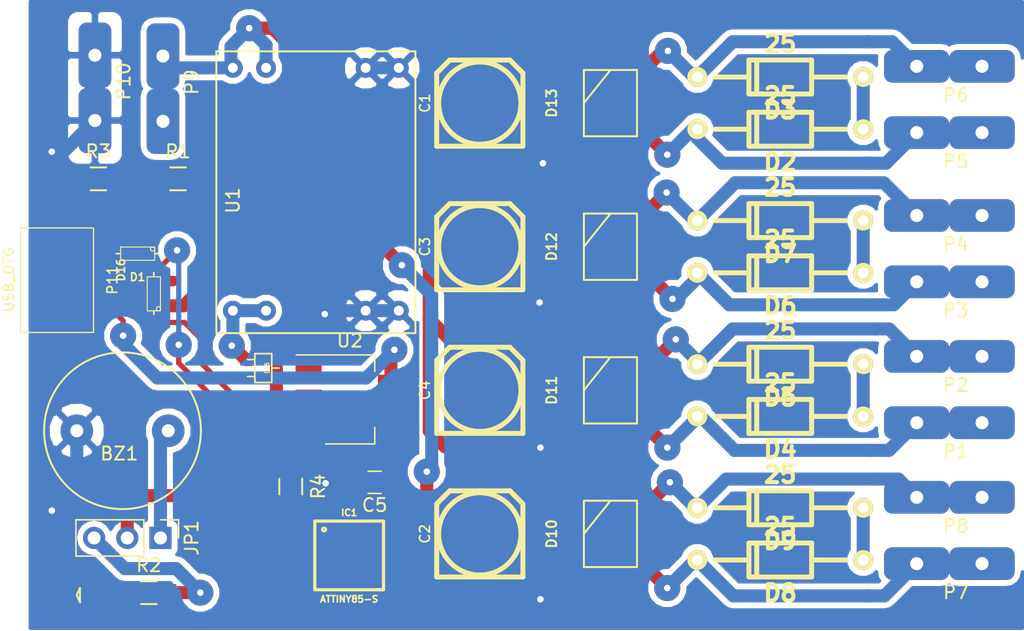
<source format=kicad_pcb>
(kicad_pcb (version 20160815) (host pcbnew "(2016-12-18 revision 3ffa37c)-master")

  (general
    (links 86)
    (no_connects 6)
    (area 0 0 0 0)
    (thickness 1.6)
    (drawings 2)
    (tracks 286)
    (zones 0)
    (modules 41)
    (nets 29)
  )

  (page USLetter)
  (layers
    (0 F.Cu signal)
    (31 B.Cu signal)
    (32 B.Adhes user)
    (33 F.Adhes user)
    (34 B.Paste user)
    (35 F.Paste user)
    (36 B.SilkS user)
    (37 F.SilkS user)
    (38 B.Mask user)
    (39 F.Mask user)
    (40 Dwgs.User user)
    (41 Cmts.User user)
    (42 Eco1.User user)
    (43 Eco2.User user)
    (44 Edge.Cuts user)
    (45 Margin user)
    (46 B.CrtYd user)
    (47 F.CrtYd user)
    (48 B.Fab user)
    (49 F.Fab user)
  )

  (setup
    (last_trace_width 1)
    (user_trace_width 0.4)
    (trace_clearance 0.2)
    (zone_clearance 0.45)
    (zone_45_only no)
    (trace_min 0.2)
    (segment_width 0.2)
    (edge_width 0.15)
    (via_size 2)
    (via_drill 0.5)
    (via_min_size 0.4)
    (via_min_drill 0.3)
    (uvia_size 0.3)
    (uvia_drill 0.1)
    (uvias_allowed no)
    (uvia_min_size 0.2)
    (uvia_min_drill 0.1)
    (pcb_text_width 0.3)
    (pcb_text_size 1.5 1.5)
    (mod_edge_width 0.15)
    (mod_text_size 1 1)
    (mod_text_width 0.15)
    (pad_size 1.524 1.524)
    (pad_drill 0.762)
    (pad_to_mask_clearance 0.2)
    (aux_axis_origin 138.1 38.2)
    (visible_elements FFFFFFFF)
    (pcbplotparams
      (layerselection 0x00030_ffffffff)
      (usegerberextensions false)
      (excludeedgelayer true)
      (linewidth 0.100000)
      (plotframeref false)
      (viasonmask false)
      (mode 1)
      (useauxorigin false)
      (hpglpennumber 1)
      (hpglpenspeed 20)
      (hpglpendiameter 15)
      (psnegative false)
      (psa4output false)
      (plotreference true)
      (plotvalue true)
      (plotinvisibletext false)
      (padsonsilk false)
      (subtractmaskfromsilk false)
      (outputformat 1)
      (mirror false)
      (drillshape 1)
      (scaleselection 1)
      (outputdirectory ""))
  )

  (net 0 "")
  (net 1 GND)
  (net 2 VCC)
  (net 3 "Net-(D10-Pad4)")
  (net 4 "Net-(D10-Pad3)")
  (net 5 "Net-(D13-Pad4)")
  (net 6 "Net-(D12-Pad4)")
  (net 7 "Net-(D11-Pad3)")
  (net 8 "Net-(D11-Pad4)")
  (net 9 "Net-(D12-Pad3)")
  (net 10 "Net-(D2-Pad2)")
  (net 11 "Net-(D4-Pad2)")
  (net 12 "Net-(D6-Pad2)")
  (net 13 "Net-(D8-Pad2)")
  (net 14 "Net-(JP1-Pad3)")
  (net 15 "Net-(D14-Pad2)")
  (net 16 "Net-(BZ1-Pad1)")
  (net 17 "Net-(D15-Pad1)")
  (net 18 "Net-(D15-Pad2)")
  (net 19 "Net-(D13-Pad3)")
  (net 20 VUSB)
  (net 21 "Net-(P11-Pad6)")
  (net 22 USBD-)
  (net 23 USBD+)
  (net 24 "Net-(P11-Pad4)")
  (net 25 "Net-(IC1-Pad5)")
  (net 26 "Net-(IC1-Pad6)")
  (net 27 "Net-(IC1-Pad7)")
  (net 28 "Net-(IC1-Pad1)")

  (net_class Default "This is the default net class."
    (clearance 0.2)
    (trace_width 1)
    (via_dia 2)
    (via_drill 0.5)
    (uvia_dia 0.3)
    (uvia_drill 0.1)
    (diff_pair_gap 0.25)
    (diff_pair_width 0.2)
    (add_net GND)
    (add_net "Net-(BZ1-Pad1)")
    (add_net "Net-(D10-Pad3)")
    (add_net "Net-(D10-Pad4)")
    (add_net "Net-(D11-Pad3)")
    (add_net "Net-(D11-Pad4)")
    (add_net "Net-(D12-Pad3)")
    (add_net "Net-(D12-Pad4)")
    (add_net "Net-(D13-Pad3)")
    (add_net "Net-(D13-Pad4)")
    (add_net "Net-(D14-Pad2)")
    (add_net "Net-(D15-Pad1)")
    (add_net "Net-(D15-Pad2)")
    (add_net "Net-(D2-Pad2)")
    (add_net "Net-(D4-Pad2)")
    (add_net "Net-(D6-Pad2)")
    (add_net "Net-(D8-Pad2)")
    (add_net "Net-(IC1-Pad1)")
    (add_net "Net-(IC1-Pad5)")
    (add_net "Net-(IC1-Pad6)")
    (add_net "Net-(IC1-Pad7)")
    (add_net "Net-(JP1-Pad3)")
    (add_net "Net-(P11-Pad4)")
    (add_net "Net-(P11-Pad6)")
    (add_net USBD+)
    (add_net USBD-)
    (add_net VCC)
    (add_net VUSB)
  )

  (module qbmr:TAB (layer F.Cu) (tedit 59A5C98B) (tstamp 59619C29)
    (at 194.945 54.61)
    (path /593E2ABF)
    (fp_text reference P4 (at 0.5 2.2) (layer F.SilkS)
      (effects (font (size 1 1) (thickness 0.15)))
    )
    (fp_text value CONN_01X01 (at 0.1 -2) (layer F.Fab)
      (effects (font (size 1 1) (thickness 0.15)))
    )
    (pad 1 thru_hole roundrect (at -2.5 0) (size 5 2.5) (drill 1) (layers *.Cu *.Mask)(roundrect_rratio 0.25)
      (net 6 "Net-(D12-Pad4)"))
    (pad 1 thru_hole roundrect (at 2.5 0) (size 5 2.5) (drill 1) (layers *.Cu *.Mask)(roundrect_rratio 0.25)
      (net 6 "Net-(D12-Pad4)"))
  )

  (module qbmr:TAB (layer F.Cu) (tedit 59A5C98B) (tstamp 59619C59)
    (at 194.945 59.69)
    (path /593E2A50)
    (fp_text reference P3 (at 0.5 2.2) (layer F.SilkS)
      (effects (font (size 1 1) (thickness 0.15)))
    )
    (fp_text value CONN_01X01 (at 0.1 -2) (layer F.Fab)
      (effects (font (size 1 1) (thickness 0.15)))
    )
    (pad 1 thru_hole roundrect (at -2.5 0) (size 5 2.5) (drill 1) (layers *.Cu *.Mask)(roundrect_rratio 0.25)
      (net 9 "Net-(D12-Pad3)"))
    (pad 1 thru_hole roundrect (at 2.5 0) (size 5 2.5) (drill 1) (layers *.Cu *.Mask)(roundrect_rratio 0.25)
      (net 9 "Net-(D12-Pad3)"))
  )

  (module qbmr:TAB (layer F.Cu) (tedit 59A5C98B) (tstamp 59619C49)
    (at 194.945 65.405)
    (path /593E290E)
    (fp_text reference P2 (at 0.5 2.2) (layer F.SilkS)
      (effects (font (size 1 1) (thickness 0.15)))
    )
    (fp_text value CONN_01X01 (at 0.1 -2) (layer F.Fab)
      (effects (font (size 1 1) (thickness 0.15)))
    )
    (pad 1 thru_hole roundrect (at -2.5 0) (size 5 2.5) (drill 1) (layers *.Cu *.Mask)(roundrect_rratio 0.25)
      (net 8 "Net-(D11-Pad4)"))
    (pad 1 thru_hole roundrect (at 2.5 0) (size 5 2.5) (drill 1) (layers *.Cu *.Mask)(roundrect_rratio 0.25)
      (net 8 "Net-(D11-Pad4)"))
  )

  (module qbmr:TAB (layer F.Cu) (tedit 59A5C98B) (tstamp 59619C39)
    (at 194.945 70.485)
    (path /593E289B)
    (fp_text reference P1 (at 0.5 2.2) (layer F.SilkS)
      (effects (font (size 1 1) (thickness 0.15)))
    )
    (fp_text value CONN_01X01 (at 0.1 -2) (layer F.Fab)
      (effects (font (size 1 1) (thickness 0.15)))
    )
    (pad 1 thru_hole roundrect (at -2.5 0) (size 5 2.5) (drill 1) (layers *.Cu *.Mask)(roundrect_rratio 0.25)
      (net 7 "Net-(D11-Pad3)"))
    (pad 1 thru_hole roundrect (at 2.5 0) (size 5 2.5) (drill 1) (layers *.Cu *.Mask)(roundrect_rratio 0.25)
      (net 7 "Net-(D11-Pad3)"))
  )

  (module qbmr:TAB (layer F.Cu) (tedit 59A5C98B) (tstamp 59619C19)
    (at 194.945 48.26)
    (path /593E2790)
    (fp_text reference P5 (at 0.5 2.2) (layer F.SilkS)
      (effects (font (size 1 1) (thickness 0.15)))
    )
    (fp_text value CONN_01X01 (at 0.1 -2) (layer F.Fab)
      (effects (font (size 1 1) (thickness 0.15)))
    )
    (pad 1 thru_hole roundrect (at -2.5 0) (size 5 2.5) (drill 1) (layers *.Cu *.Mask)(roundrect_rratio 0.25)
      (net 19 "Net-(D13-Pad3)"))
    (pad 1 thru_hole roundrect (at 2.5 0) (size 5 2.5) (drill 1) (layers *.Cu *.Mask)(roundrect_rratio 0.25)
      (net 19 "Net-(D13-Pad3)"))
  )

  (module qbmr:TAB (layer F.Cu) (tedit 59A5C98B) (tstamp 59619C09)
    (at 194.945 43.18)
    (path /593E283F)
    (fp_text reference P6 (at 0.5 2.2) (layer F.SilkS)
      (effects (font (size 1 1) (thickness 0.15)))
    )
    (fp_text value CONN_01X01 (at 0.1 -2) (layer F.Fab)
      (effects (font (size 1 1) (thickness 0.15)))
    )
    (pad 1 thru_hole roundrect (at -2.5 0) (size 5 2.5) (drill 1) (layers *.Cu *.Mask)(roundrect_rratio 0.25)
      (net 5 "Net-(D13-Pad4)"))
    (pad 1 thru_hole roundrect (at 2.5 0) (size 5 2.5) (drill 1) (layers *.Cu *.Mask)(roundrect_rratio 0.25)
      (net 5 "Net-(D13-Pad4)"))
  )

  (module qbmr:TAB (layer F.Cu) (tedit 59A5C98B) (tstamp 59619BF9)
    (at 194.945 81.28)
    (path /593E2BBF)
    (fp_text reference P7 (at 0.5 2.2) (layer F.SilkS)
      (effects (font (size 1 1) (thickness 0.15)))
    )
    (fp_text value CONN_01X01 (at 0.1 -2) (layer F.Fab)
      (effects (font (size 1 1) (thickness 0.15)))
    )
    (pad 1 thru_hole roundrect (at -2.5 0) (size 5 2.5) (drill 1) (layers *.Cu *.Mask)(roundrect_rratio 0.25)
      (net 4 "Net-(D10-Pad3)"))
    (pad 1 thru_hole roundrect (at 2.5 0) (size 5 2.5) (drill 1) (layers *.Cu *.Mask)(roundrect_rratio 0.25)
      (net 4 "Net-(D10-Pad3)"))
  )

  (module qbmr:TAB (layer F.Cu) (tedit 59A5C98B) (tstamp 59619BE9)
    (at 194.945 76.2)
    (path /593E2C3B)
    (fp_text reference P8 (at 0.5 2.2) (layer F.SilkS)
      (effects (font (size 1 1) (thickness 0.15)))
    )
    (fp_text value CONN_01X01 (at 0.1 -2) (layer F.Fab)
      (effects (font (size 1 1) (thickness 0.15)))
    )
    (pad 1 thru_hole roundrect (at -2.5 0) (size 5 2.5) (drill 1) (layers *.Cu *.Mask)(roundrect_rratio 0.25)
      (net 3 "Net-(D10-Pad4)"))
    (pad 1 thru_hole roundrect (at 2.5 0) (size 5 2.5) (drill 1) (layers *.Cu *.Mask)(roundrect_rratio 0.25)
      (net 3 "Net-(D10-Pad4)"))
  )

  (module qbmr:TAB (layer F.Cu) (tedit 59A5C98B) (tstamp 59619BD9)
    (at 134.747 44.8945 90)
    (path /593E2DAE)
    (fp_text reference P9 (at 0.5 2.2 90) (layer F.SilkS)
      (effects (font (size 1 1) (thickness 0.15)))
    )
    (fp_text value VCC (at 0.1 -2 90) (layer F.Fab)
      (effects (font (size 1 1) (thickness 0.15)))
    )
    (pad 1 thru_hole roundrect (at -2.5 0 90) (size 5 2.5) (drill 1) (layers *.Cu *.Mask)(roundrect_rratio 0.25)
      (net 2 VCC))
    (pad 1 thru_hole roundrect (at 2.5 0 90) (size 5 2.5) (drill 1) (layers *.Cu *.Mask)(roundrect_rratio 0.25)
      (net 2 VCC))
  )

  (module qbmr:TAB (layer F.Cu) (tedit 59A5C98B) (tstamp 59619BC9)
    (at 129.54 44.831 90)
    (path /593E2E3C)
    (fp_text reference P10 (at 0.5 2.2 90) (layer F.SilkS)
      (effects (font (size 1 1) (thickness 0.15)))
    )
    (fp_text value GND (at 0.1 -2 90) (layer F.Fab)
      (effects (font (size 1 1) (thickness 0.15)))
    )
    (pad 1 thru_hole roundrect (at -2.5 0 90) (size 5 2.5) (drill 1) (layers *.Cu *.Mask)(roundrect_rratio 0.25)
      (net 1 GND))
    (pad 1 thru_hole roundrect (at 2.5 0 90) (size 5 2.5) (drill 1) (layers *.Cu *.Mask)(roundrect_rratio 0.25)
      (net 1 GND))
  )

  (module apexelectrix/apex-smd-resistors.pretty:R_0805_HandSoldering (layer F.Cu) (tedit 54189DEE) (tstamp 59A51E8B)
    (at 144.526 75.3745 270)
    (descr "Resistor SMD 0805, hand soldering")
    (tags "resistor 0805")
    (path /59A50553)
    (attr smd)
    (fp_text reference R4 (at 0 -2.1 270) (layer F.SilkS)
      (effects (font (size 1 1) (thickness 0.15)))
    )
    (fp_text value 10k (at 0 2.1 270) (layer F.Fab)
      (effects (font (size 1 1) (thickness 0.15)))
    )
    (fp_line (start -2.4 -1) (end 2.4 -1) (layer F.CrtYd) (width 0.05))
    (fp_line (start -2.4 1) (end 2.4 1) (layer F.CrtYd) (width 0.05))
    (fp_line (start -2.4 -1) (end -2.4 1) (layer F.CrtYd) (width 0.05))
    (fp_line (start 2.4 -1) (end 2.4 1) (layer F.CrtYd) (width 0.05))
    (fp_line (start 0.6 0.875) (end -0.6 0.875) (layer F.SilkS) (width 0.15))
    (fp_line (start -0.6 -0.875) (end 0.6 -0.875) (layer F.SilkS) (width 0.15))
    (pad 1 smd rect (at -1.35 0 270) (size 1.5 1.3) (layers F.Cu F.Paste F.Mask)
      (net 20 VUSB))
    (pad 2 smd rect (at 1.35 0 270) (size 1.5 1.3) (layers F.Cu F.Paste F.Mask)
      (net 28 "Net-(IC1-Pad1)"))
    (model Resistors_SMD.3dshapes/R_0805_HandSoldering.wrl
      (at (xyz 0 0 0))
      (scale (xyz 1 1 1))
      (rotate (xyz 0 0 0))
    )
  )

  (module qbmr:DO204AL_500 (layer F.Cu) (tedit 59A4C271) (tstamp 59A4F70F)
    (at 182 77 180)
    (path /5925A5A9)
    (fp_text reference D9 (at 0 -2.54 180) (layer F.SilkS)
      (effects (font (size 1.27 1.27) (thickness 0.3048)))
    )
    (fp_text value 25 (at 0 2.54 180) (layer F.SilkS)
      (effects (font (size 1.27 1.27) (thickness 0.3048)))
    )
    (fp_line (start 1.80086 -1.30048) (end 1.80086 1.30048) (layer F.SilkS) (width 0.381))
    (fp_line (start 2.4003 0) (end 5.00126 0) (layer F.SilkS) (width 0.381))
    (fp_line (start -2.4003 0) (end -5.00126 0) (layer F.SilkS) (width 0.381))
    (fp_line (start -2.4003 -1.30048) (end -2.4003 1.30048) (layer F.SilkS) (width 0.381))
    (fp_line (start -2.4003 1.30048) (end 2.4003 1.30048) (layer F.SilkS) (width 0.381))
    (fp_line (start 2.4003 1.30048) (end 2.4003 -1.30048) (layer F.SilkS) (width 0.381))
    (fp_line (start 2.4003 -1.30048) (end -2.4003 -1.30048) (layer F.SilkS) (width 0.381))
    (pad 2 thru_hole circle (at -6.35 0 180) (size 1.524 1.524) (drill 0.8128) (layers *.Cu *.Mask F.SilkS)
      (net 13 "Net-(D8-Pad2)"))
    (pad 1 thru_hole circle (at 6.35 0 180) (size 1.524 1.524) (drill 0.8128) (layers *.Cu *.Mask F.SilkS)
      (net 3 "Net-(D10-Pad4)"))
  )

  (module qbmr:DO204AL_500 (layer F.Cu) (tedit 59A4C271) (tstamp 59A4F6EB)
    (at 182 81 180)
    (path /5925A551)
    (fp_text reference D8 (at 0 -2.54 180) (layer F.SilkS)
      (effects (font (size 1.27 1.27) (thickness 0.3048)))
    )
    (fp_text value 25 (at 0 2.54 180) (layer F.SilkS)
      (effects (font (size 1.27 1.27) (thickness 0.3048)))
    )
    (fp_line (start 2.4003 -1.30048) (end -2.4003 -1.30048) (layer F.SilkS) (width 0.381))
    (fp_line (start 2.4003 1.30048) (end 2.4003 -1.30048) (layer F.SilkS) (width 0.381))
    (fp_line (start -2.4003 1.30048) (end 2.4003 1.30048) (layer F.SilkS) (width 0.381))
    (fp_line (start -2.4003 -1.30048) (end -2.4003 1.30048) (layer F.SilkS) (width 0.381))
    (fp_line (start -2.4003 0) (end -5.00126 0) (layer F.SilkS) (width 0.381))
    (fp_line (start 2.4003 0) (end 5.00126 0) (layer F.SilkS) (width 0.381))
    (fp_line (start 1.80086 -1.30048) (end 1.80086 1.30048) (layer F.SilkS) (width 0.381))
    (pad 1 thru_hole circle (at 6.35 0 180) (size 1.524 1.524) (drill 0.8128) (layers *.Cu *.Mask F.SilkS)
      (net 4 "Net-(D10-Pad3)"))
    (pad 2 thru_hole circle (at -6.35 0 180) (size 1.524 1.524) (drill 0.8128) (layers *.Cu *.Mask F.SilkS)
      (net 13 "Net-(D8-Pad2)"))
  )

  (module qbmr:DO204AL_500 (layer F.Cu) (tedit 59A4C271) (tstamp 59A4F6C7)
    (at 182 55 180)
    (path /5925A243)
    (fp_text reference D7 (at 0 -2.54 180) (layer F.SilkS)
      (effects (font (size 1.27 1.27) (thickness 0.3048)))
    )
    (fp_text value 25 (at 0 2.54 180) (layer F.SilkS)
      (effects (font (size 1.27 1.27) (thickness 0.3048)))
    )
    (fp_line (start 1.80086 -1.30048) (end 1.80086 1.30048) (layer F.SilkS) (width 0.381))
    (fp_line (start 2.4003 0) (end 5.00126 0) (layer F.SilkS) (width 0.381))
    (fp_line (start -2.4003 0) (end -5.00126 0) (layer F.SilkS) (width 0.381))
    (fp_line (start -2.4003 -1.30048) (end -2.4003 1.30048) (layer F.SilkS) (width 0.381))
    (fp_line (start -2.4003 1.30048) (end 2.4003 1.30048) (layer F.SilkS) (width 0.381))
    (fp_line (start 2.4003 1.30048) (end 2.4003 -1.30048) (layer F.SilkS) (width 0.381))
    (fp_line (start 2.4003 -1.30048) (end -2.4003 -1.30048) (layer F.SilkS) (width 0.381))
    (pad 2 thru_hole circle (at -6.35 0 180) (size 1.524 1.524) (drill 0.8128) (layers *.Cu *.Mask F.SilkS)
      (net 12 "Net-(D6-Pad2)"))
    (pad 1 thru_hole circle (at 6.35 0 180) (size 1.524 1.524) (drill 0.8128) (layers *.Cu *.Mask F.SilkS)
      (net 6 "Net-(D12-Pad4)"))
  )

  (module qbmr:DO204AL_500 (layer F.Cu) (tedit 59A4C271) (tstamp 59A4F6A3)
    (at 182 59 180)
    (path /5925A1F3)
    (fp_text reference D6 (at 0 -2.54 180) (layer F.SilkS)
      (effects (font (size 1.27 1.27) (thickness 0.3048)))
    )
    (fp_text value 25 (at 0 2.54 180) (layer F.SilkS)
      (effects (font (size 1.27 1.27) (thickness 0.3048)))
    )
    (fp_line (start 2.4003 -1.30048) (end -2.4003 -1.30048) (layer F.SilkS) (width 0.381))
    (fp_line (start 2.4003 1.30048) (end 2.4003 -1.30048) (layer F.SilkS) (width 0.381))
    (fp_line (start -2.4003 1.30048) (end 2.4003 1.30048) (layer F.SilkS) (width 0.381))
    (fp_line (start -2.4003 -1.30048) (end -2.4003 1.30048) (layer F.SilkS) (width 0.381))
    (fp_line (start -2.4003 0) (end -5.00126 0) (layer F.SilkS) (width 0.381))
    (fp_line (start 2.4003 0) (end 5.00126 0) (layer F.SilkS) (width 0.381))
    (fp_line (start 1.80086 -1.30048) (end 1.80086 1.30048) (layer F.SilkS) (width 0.381))
    (pad 1 thru_hole circle (at 6.35 0 180) (size 1.524 1.524) (drill 0.8128) (layers *.Cu *.Mask F.SilkS)
      (net 9 "Net-(D12-Pad3)"))
    (pad 2 thru_hole circle (at -6.35 0 180) (size 1.524 1.524) (drill 0.8128) (layers *.Cu *.Mask F.SilkS)
      (net 12 "Net-(D6-Pad2)"))
  )

  (module qbmr:DO204AL_500 (layer F.Cu) (tedit 59A4C271) (tstamp 59A4F67F)
    (at 182 66 180)
    (path /59259D8D)
    (fp_text reference D5 (at 0 -2.54 180) (layer F.SilkS)
      (effects (font (size 1.27 1.27) (thickness 0.3048)))
    )
    (fp_text value 25 (at 0 2.54 180) (layer F.SilkS)
      (effects (font (size 1.27 1.27) (thickness 0.3048)))
    )
    (fp_line (start 1.80086 -1.30048) (end 1.80086 1.30048) (layer F.SilkS) (width 0.381))
    (fp_line (start 2.4003 0) (end 5.00126 0) (layer F.SilkS) (width 0.381))
    (fp_line (start -2.4003 0) (end -5.00126 0) (layer F.SilkS) (width 0.381))
    (fp_line (start -2.4003 -1.30048) (end -2.4003 1.30048) (layer F.SilkS) (width 0.381))
    (fp_line (start -2.4003 1.30048) (end 2.4003 1.30048) (layer F.SilkS) (width 0.381))
    (fp_line (start 2.4003 1.30048) (end 2.4003 -1.30048) (layer F.SilkS) (width 0.381))
    (fp_line (start 2.4003 -1.30048) (end -2.4003 -1.30048) (layer F.SilkS) (width 0.381))
    (pad 2 thru_hole circle (at -6.35 0 180) (size 1.524 1.524) (drill 0.8128) (layers *.Cu *.Mask F.SilkS)
      (net 11 "Net-(D4-Pad2)"))
    (pad 1 thru_hole circle (at 6.35 0 180) (size 1.524 1.524) (drill 0.8128) (layers *.Cu *.Mask F.SilkS)
      (net 8 "Net-(D11-Pad4)"))
  )

  (module qbmr:DO204AL_500 (layer F.Cu) (tedit 59A4C271) (tstamp 59A4F65B)
    (at 182 70 180)
    (path /59259D48)
    (fp_text reference D4 (at 0 -2.54 180) (layer F.SilkS)
      (effects (font (size 1.27 1.27) (thickness 0.3048)))
    )
    (fp_text value 25 (at 0 2.54 180) (layer F.SilkS)
      (effects (font (size 1.27 1.27) (thickness 0.3048)))
    )
    (fp_line (start 2.4003 -1.30048) (end -2.4003 -1.30048) (layer F.SilkS) (width 0.381))
    (fp_line (start 2.4003 1.30048) (end 2.4003 -1.30048) (layer F.SilkS) (width 0.381))
    (fp_line (start -2.4003 1.30048) (end 2.4003 1.30048) (layer F.SilkS) (width 0.381))
    (fp_line (start -2.4003 -1.30048) (end -2.4003 1.30048) (layer F.SilkS) (width 0.381))
    (fp_line (start -2.4003 0) (end -5.00126 0) (layer F.SilkS) (width 0.381))
    (fp_line (start 2.4003 0) (end 5.00126 0) (layer F.SilkS) (width 0.381))
    (fp_line (start 1.80086 -1.30048) (end 1.80086 1.30048) (layer F.SilkS) (width 0.381))
    (pad 1 thru_hole circle (at 6.35 0 180) (size 1.524 1.524) (drill 0.8128) (layers *.Cu *.Mask F.SilkS)
      (net 7 "Net-(D11-Pad3)"))
    (pad 2 thru_hole circle (at -6.35 0 180) (size 1.524 1.524) (drill 0.8128) (layers *.Cu *.Mask F.SilkS)
      (net 11 "Net-(D4-Pad2)"))
  )

  (module qbmr:DO204AL_500 (layer F.Cu) (tedit 59A4C271) (tstamp 59A4F637)
    (at 182 44 180)
    (path /59259414)
    (fp_text reference D3 (at 0 -2.54 180) (layer F.SilkS)
      (effects (font (size 1.27 1.27) (thickness 0.3048)))
    )
    (fp_text value 25 (at 0 2.54 180) (layer F.SilkS)
      (effects (font (size 1.27 1.27) (thickness 0.3048)))
    )
    (fp_line (start 1.80086 -1.30048) (end 1.80086 1.30048) (layer F.SilkS) (width 0.381))
    (fp_line (start 2.4003 0) (end 5.00126 0) (layer F.SilkS) (width 0.381))
    (fp_line (start -2.4003 0) (end -5.00126 0) (layer F.SilkS) (width 0.381))
    (fp_line (start -2.4003 -1.30048) (end -2.4003 1.30048) (layer F.SilkS) (width 0.381))
    (fp_line (start -2.4003 1.30048) (end 2.4003 1.30048) (layer F.SilkS) (width 0.381))
    (fp_line (start 2.4003 1.30048) (end 2.4003 -1.30048) (layer F.SilkS) (width 0.381))
    (fp_line (start 2.4003 -1.30048) (end -2.4003 -1.30048) (layer F.SilkS) (width 0.381))
    (pad 2 thru_hole circle (at -6.35 0 180) (size 1.524 1.524) (drill 0.8128) (layers *.Cu *.Mask F.SilkS)
      (net 10 "Net-(D2-Pad2)"))
    (pad 1 thru_hole circle (at 6.35 0 180) (size 1.524 1.524) (drill 0.8128) (layers *.Cu *.Mask F.SilkS)
      (net 5 "Net-(D13-Pad4)"))
  )

  (module qbmr:DO204AL_500 (layer F.Cu) (tedit 59A4C271) (tstamp 59A4F613)
    (at 182 48 180)
    (path /59259510)
    (fp_text reference D2 (at 0 -2.54 180) (layer F.SilkS)
      (effects (font (size 1.27 1.27) (thickness 0.3048)))
    )
    (fp_text value 25 (at 0 2.54 180) (layer F.SilkS)
      (effects (font (size 1.27 1.27) (thickness 0.3048)))
    )
    (fp_line (start 2.4003 -1.30048) (end -2.4003 -1.30048) (layer F.SilkS) (width 0.381))
    (fp_line (start 2.4003 1.30048) (end 2.4003 -1.30048) (layer F.SilkS) (width 0.381))
    (fp_line (start -2.4003 1.30048) (end 2.4003 1.30048) (layer F.SilkS) (width 0.381))
    (fp_line (start -2.4003 -1.30048) (end -2.4003 1.30048) (layer F.SilkS) (width 0.381))
    (fp_line (start -2.4003 0) (end -5.00126 0) (layer F.SilkS) (width 0.381))
    (fp_line (start 2.4003 0) (end 5.00126 0) (layer F.SilkS) (width 0.381))
    (fp_line (start 1.80086 -1.30048) (end 1.80086 1.30048) (layer F.SilkS) (width 0.381))
    (pad 1 thru_hole circle (at 6.35 0 180) (size 1.524 1.524) (drill 0.8128) (layers *.Cu *.Mask F.SilkS)
      (net 19 "Net-(D13-Pad3)"))
    (pad 2 thru_hole circle (at -6.35 0 180) (size 1.524 1.524) (drill 0.8128) (layers *.Cu *.Mask F.SilkS)
      (net 10 "Net-(D2-Pad2)"))
  )

  (module KiCad/Pin_Headers.pretty:Pin_Header_Straight_1x03_Pitch2.54mm (layer F.Cu) (tedit 5862ED52) (tstamp 59A4E6FB)
    (at 134.5565 79.3115 270)
    (descr "Through hole straight pin header, 1x03, 2.54mm pitch, single row")
    (tags "Through hole pin header THT 1x03 2.54mm single row")
    (path /5925B64C)
    (fp_text reference JP1 (at 0 -2.39 270) (layer F.SilkS)
      (effects (font (size 1 1) (thickness 0.15)))
    )
    (fp_text value Jumper_NC_Dual (at 0 7.47 270) (layer F.Fab)
      (effects (font (size 1 1) (thickness 0.15)))
    )
    (fp_line (start -1.27 -1.27) (end -1.27 6.35) (layer F.Fab) (width 0.1))
    (fp_line (start -1.27 6.35) (end 1.27 6.35) (layer F.Fab) (width 0.1))
    (fp_line (start 1.27 6.35) (end 1.27 -1.27) (layer F.Fab) (width 0.1))
    (fp_line (start 1.27 -1.27) (end -1.27 -1.27) (layer F.Fab) (width 0.1))
    (fp_line (start -1.39 1.27) (end -1.39 6.47) (layer F.SilkS) (width 0.12))
    (fp_line (start -1.39 6.47) (end 1.39 6.47) (layer F.SilkS) (width 0.12))
    (fp_line (start 1.39 6.47) (end 1.39 1.27) (layer F.SilkS) (width 0.12))
    (fp_line (start 1.39 1.27) (end -1.39 1.27) (layer F.SilkS) (width 0.12))
    (fp_line (start -1.39 0) (end -1.39 -1.39) (layer F.SilkS) (width 0.12))
    (fp_line (start -1.39 -1.39) (end 0 -1.39) (layer F.SilkS) (width 0.12))
    (fp_line (start -1.6 -1.6) (end -1.6 6.6) (layer F.CrtYd) (width 0.05))
    (fp_line (start -1.6 6.6) (end 1.6 6.6) (layer F.CrtYd) (width 0.05))
    (fp_line (start 1.6 6.6) (end 1.6 -1.6) (layer F.CrtYd) (width 0.05))
    (fp_line (start 1.6 -1.6) (end -1.6 -1.6) (layer F.CrtYd) (width 0.05))
    (pad 1 thru_hole rect (at 0 0 270) (size 1.7 1.7) (drill 1) (layers *.Cu *.Mask)
      (net 16 "Net-(BZ1-Pad1)"))
    (pad 2 thru_hole oval (at 0 2.54 270) (size 1.7 1.7) (drill 1) (layers *.Cu *.Mask)
      (net 26 "Net-(IC1-Pad6)"))
    (pad 3 thru_hole oval (at 0 5.08 270) (size 1.7 1.7) (drill 1) (layers *.Cu *.Mask)
      (net 14 "Net-(JP1-Pad3)"))
    (model Pin_Headers.3dshapes/Pin_Header_Straight_1x03_Pitch2.54mm.wrl
      (at (xyz 0 -0.1 0))
      (scale (xyz 1 1 1))
      (rotate (xyz 0 0 90))
    )
  )

  (module qbmr:DIODE-SOT-23-3 (layer F.Cu) (tedit 59A4BF24) (tstamp 59A4DB7E)
    (at 132.7785 57.531 180)
    (tags "SOT-23 SOT-23-3 SOT23")
    (path /59A4D8D9)
    (attr smd)
    (fp_text reference D16 (at 1.25 -1.25 270) (layer F.SilkS)
      (effects (font (size 0.6 0.6) (thickness 0.127)))
    )
    (fp_text value 3.6 (at 0 1 270) (layer F.SilkS) hide
      (effects (font (size 0.15 0.15) (thickness 0.02)))
    )
    (fp_line (start -1.3335 -0.508) (end 1.27 -0.508) (layer F.SilkS) (width 0.07874))
    (fp_line (start 1.27 0.508) (end -1.3335 0.508) (layer F.SilkS) (width 0.07874))
    (fp_line (start -1.3335 -0.508) (end -1.3335 0.508) (layer F.SilkS) (width 0.07874))
    (fp_line (start 1.27 -0.508) (end 1.27 0.508) (layer F.SilkS) (width 0.07874))
    (fp_circle (center -1.17602 0.35052) (end -1.30048 0.44958) (layer F.SilkS) (width 0.07874))
    (fp_line (start -1.3335 0) (end -1.6 0) (layer F.SilkS) (width 0.127))
    (fp_line (start 1.3335 0) (end 1.6 0) (layer F.SilkS) (width 0.127))
    (pad 2 smd oval (at -0.95 1.2 180) (size 0.8 1.4) (layers F.Cu F.Paste F.Mask)
      (net 1 GND))
    (pad "" smd oval (at 0.95 1.2 180) (size 0.8 1.4) (layers F.Cu F.Paste F.Mask))
    (pad 1 smd oval (at 0 -1.2 180) (size 0.8 1.4) (layers F.Cu F.Paste F.Mask)
      (net 23 USBD+))
    (model 3D/kicad/Housings_SOT-23_SOT-143_TSOT-6/SOT-23.wrl
      (at (xyz 0 0 0))
      (scale (xyz 1 1 1))
      (rotate (xyz 0 0 0))
    )
  )

  (module qbmr:DIODE-SOT-23-3 (layer F.Cu) (tedit 59A4BF24) (tstamp 59A4DB6C)
    (at 134.0485 60.579 90)
    (tags "SOT-23 SOT-23-3 SOT23")
    (path /59A4D5C4)
    (attr smd)
    (fp_text reference D1 (at 1.25 -1.25 180) (layer F.SilkS)
      (effects (font (size 0.6 0.6) (thickness 0.127)))
    )
    (fp_text value 3.6 (at 0 1 180) (layer F.SilkS) hide
      (effects (font (size 0.15 0.15) (thickness 0.02)))
    )
    (fp_line (start 1.3335 0) (end 1.6 0) (layer F.SilkS) (width 0.127))
    (fp_line (start -1.3335 0) (end -1.6 0) (layer F.SilkS) (width 0.127))
    (fp_circle (center -1.17602 0.35052) (end -1.30048 0.44958) (layer F.SilkS) (width 0.07874))
    (fp_line (start 1.27 -0.508) (end 1.27 0.508) (layer F.SilkS) (width 0.07874))
    (fp_line (start -1.3335 -0.508) (end -1.3335 0.508) (layer F.SilkS) (width 0.07874))
    (fp_line (start 1.27 0.508) (end -1.3335 0.508) (layer F.SilkS) (width 0.07874))
    (fp_line (start -1.3335 -0.508) (end 1.27 -0.508) (layer F.SilkS) (width 0.07874))
    (pad 1 smd oval (at 0 -1.2 90) (size 0.8 1.4) (layers F.Cu F.Paste F.Mask)
      (net 22 USBD-))
    (pad "" smd oval (at 0.95 1.2 90) (size 0.8 1.4) (layers F.Cu F.Paste F.Mask))
    (pad 2 smd oval (at -0.95 1.2 90) (size 0.8 1.4) (layers F.Cu F.Paste F.Mask)
      (net 1 GND))
    (model 3D/kicad/Housings_SOT-23_SOT-143_TSOT-6/SOT-23.wrl
      (at (xyz 0 0 0))
      (scale (xyz 1 1 1))
      (rotate (xyz 0 0 0))
    )
  )

  (module Capacitors_SMD:C_0805_HandSoldering (layer F.Cu) (tedit 58AA84A8) (tstamp 59A4BE53)
    (at 150.95 75.05 180)
    (descr "Capacitor SMD 0805, hand soldering")
    (tags "capacitor 0805")
    (path /59A4B7A9)
    (attr smd)
    (fp_text reference C5 (at 0 -1.75 180) (layer F.SilkS)
      (effects (font (size 1 1) (thickness 0.15)))
    )
    (fp_text value 0.1u (at 0 1.75 180) (layer F.Fab)
      (effects (font (size 1 1) (thickness 0.15)))
    )
    (fp_line (start 2.25 0.87) (end -2.25 0.87) (layer F.CrtYd) (width 0.05))
    (fp_line (start 2.25 0.87) (end 2.25 -0.88) (layer F.CrtYd) (width 0.05))
    (fp_line (start -2.25 -0.88) (end -2.25 0.87) (layer F.CrtYd) (width 0.05))
    (fp_line (start -2.25 -0.88) (end 2.25 -0.88) (layer F.CrtYd) (width 0.05))
    (fp_line (start -0.5 0.85) (end 0.5 0.85) (layer F.SilkS) (width 0.12))
    (fp_line (start 0.5 -0.85) (end -0.5 -0.85) (layer F.SilkS) (width 0.12))
    (fp_line (start -1 -0.62) (end 1 -0.62) (layer F.Fab) (width 0.1))
    (fp_line (start 1 -0.62) (end 1 0.62) (layer F.Fab) (width 0.1))
    (fp_line (start 1 0.62) (end -1 0.62) (layer F.Fab) (width 0.1))
    (fp_line (start -1 0.62) (end -1 -0.62) (layer F.Fab) (width 0.1))
    (fp_text user %R (at 0 -1.75 180) (layer F.Fab)
      (effects (font (size 1 1) (thickness 0.15)))
    )
    (pad 2 smd rect (at 1.25 0 180) (size 1.5 1.25) (layers F.Cu F.Paste F.Mask)
      (net 1 GND))
    (pad 1 smd rect (at -1.25 0 180) (size 1.5 1.25) (layers F.Cu F.Paste F.Mask)
      (net 20 VUSB))
    (model Capacitors_SMD.3dshapes/C_0805.wrl
      (at (xyz 0 0 0))
      (scale (xyz 1 1 1))
      (rotate (xyz 0 0 0))
    )
  )

  (module TO_SOT_Packages_SMD:SOT-223 (layer F.Cu) (tedit 58CE4E7E) (tstamp 59A4BDF7)
    (at 149.05 68.7)
    (descr "module CMS SOT223 4 pins")
    (tags "CMS SOT")
    (path /59A4B9CF)
    (attr smd)
    (fp_text reference U2 (at 0 -4.5) (layer F.SilkS)
      (effects (font (size 1 1) (thickness 0.15)))
    )
    (fp_text value AP111750 (at 0 4.5) (layer F.Fab)
      (effects (font (size 1 1) (thickness 0.15)))
    )
    (fp_line (start 1.85 -3.35) (end 1.85 3.35) (layer F.Fab) (width 0.1))
    (fp_line (start -1.85 3.35) (end 1.85 3.35) (layer F.Fab) (width 0.1))
    (fp_line (start -4.1 -3.41) (end 1.91 -3.41) (layer F.SilkS) (width 0.12))
    (fp_line (start -0.8 -3.35) (end 1.85 -3.35) (layer F.Fab) (width 0.1))
    (fp_line (start -1.85 3.41) (end 1.91 3.41) (layer F.SilkS) (width 0.12))
    (fp_line (start -1.85 -2.3) (end -1.85 3.35) (layer F.Fab) (width 0.1))
    (fp_line (start -4.4 -3.6) (end -4.4 3.6) (layer F.CrtYd) (width 0.05))
    (fp_line (start -4.4 3.6) (end 4.4 3.6) (layer F.CrtYd) (width 0.05))
    (fp_line (start 4.4 3.6) (end 4.4 -3.6) (layer F.CrtYd) (width 0.05))
    (fp_line (start 4.4 -3.6) (end -4.4 -3.6) (layer F.CrtYd) (width 0.05))
    (fp_line (start 1.91 -3.41) (end 1.91 -2.15) (layer F.SilkS) (width 0.12))
    (fp_line (start 1.91 3.41) (end 1.91 2.15) (layer F.SilkS) (width 0.12))
    (fp_line (start -1.85 -2.3) (end -0.8 -3.35) (layer F.Fab) (width 0.1))
    (fp_text user %R (at 0 0 90) (layer F.Fab)
      (effects (font (size 0.8 0.8) (thickness 0.12)))
    )
    (pad 1 smd rect (at -3.15 -2.3) (size 2 1.5) (layers F.Cu F.Paste F.Mask)
      (net 1 GND))
    (pad 3 smd rect (at -3.15 2.3) (size 2 1.5) (layers F.Cu F.Paste F.Mask)
      (net 17 "Net-(D15-Pad1)"))
    (pad 2 smd rect (at -3.15 0) (size 2 1.5) (layers F.Cu F.Paste F.Mask)
      (net 20 VUSB))
    (pad 4 smd rect (at 3.15 0) (size 2 3.8) (layers F.Cu F.Paste F.Mask)
      (net 20 VUSB))
    (model ${KISYS3DMOD}/TO_SOT_Packages_SMD.3dshapes/SOT-223.wrl
      (at (xyz 0 0 0))
      (scale (xyz 1 1 1))
      (rotate (xyz 0 0 0))
    )
  )

  (module apexelectrix/apex-smd-resistors.pretty:R_0805_HandSoldering (layer F.Cu) (tedit 54189DEE) (tstamp 59A4BDAF)
    (at 129.8 51.8)
    (descr "Resistor SMD 0805, hand soldering")
    (tags "resistor 0805")
    (path /59A49B28)
    (attr smd)
    (fp_text reference R3 (at 0 -2.1) (layer F.SilkS)
      (effects (font (size 1 1) (thickness 0.15)))
    )
    (fp_text value 200 (at 0 2.1) (layer F.Fab)
      (effects (font (size 1 1) (thickness 0.15)))
    )
    (fp_line (start -2.4 -1) (end 2.4 -1) (layer F.CrtYd) (width 0.05))
    (fp_line (start -2.4 1) (end 2.4 1) (layer F.CrtYd) (width 0.05))
    (fp_line (start -2.4 -1) (end -2.4 1) (layer F.CrtYd) (width 0.05))
    (fp_line (start 2.4 -1) (end 2.4 1) (layer F.CrtYd) (width 0.05))
    (fp_line (start 0.6 0.875) (end -0.6 0.875) (layer F.SilkS) (width 0.15))
    (fp_line (start -0.6 -0.875) (end 0.6 -0.875) (layer F.SilkS) (width 0.15))
    (pad 1 smd rect (at -1.35 0) (size 1.5 1.3) (layers F.Cu F.Paste F.Mask)
      (net 1 GND))
    (pad 2 smd rect (at 1.35 0) (size 1.5 1.3) (layers F.Cu F.Paste F.Mask)
      (net 27 "Net-(IC1-Pad7)"))
    (model Resistors_SMD.3dshapes/R_0805_HandSoldering.wrl
      (at (xyz 0 0 0))
      (scale (xyz 1 1 1))
      (rotate (xyz 0 0 0))
    )
  )

  (module brunoeagle/kicad-open-modules:SOIC8 (layer F.Cu) (tedit 0) (tstamp 59A4BD67)
    (at 149 80.65)
    (path /59A48E27)
    (fp_text reference IC1 (at 0 -3.26898) (layer F.SilkS)
      (effects (font (size 0.50038 0.50038) (thickness 0.12446)))
    )
    (fp_text value ATTINY85-S (at 0 3.35026) (layer F.SilkS)
      (effects (font (size 0.50038 0.50038) (thickness 0.12446)))
    )
    (fp_circle (center -1.92024 -1.98882) (end -1.81864 -1.89992) (layer F.SilkS) (width 0.20066))
    (fp_line (start -2.6289 -2.6289) (end 2.6289 -2.6289) (layer F.SilkS) (width 0.24892))
    (fp_line (start 2.6289 -2.6289) (end 2.6289 2.6289) (layer F.SilkS) (width 0.24892))
    (fp_line (start 2.6289 2.6289) (end -2.6289 2.6289) (layer F.SilkS) (width 0.24892))
    (fp_line (start -2.6289 2.6289) (end -2.6289 -2.6289) (layer F.SilkS) (width 0.24892))
    (pad 5 smd oval (at 3.8989 1.91008) (size 1.50114 0.55118) (layers F.Cu F.Paste F.Mask)
      (net 25 "Net-(IC1-Pad5)"))
    (pad 6 smd oval (at 3.8989 0.64008) (size 1.50114 0.55118) (layers F.Cu F.Paste F.Mask)
      (net 26 "Net-(IC1-Pad6)"))
    (pad 7 smd oval (at 3.8989 -0.62992) (size 1.50114 0.55118) (layers F.Cu F.Paste F.Mask)
      (net 27 "Net-(IC1-Pad7)"))
    (pad 8 smd oval (at 3.8989 -1.89992) (size 1.50114 0.55118) (layers F.Cu F.Paste F.Mask)
      (net 20 VUSB))
    (pad 4 smd oval (at -3.90144 1.91008) (size 1.50114 0.55118) (layers F.Cu F.Paste F.Mask)
      (net 1 GND))
    (pad 3 smd oval (at -3.90144 0.64008) (size 1.50114 0.55118) (layers F.Cu F.Paste F.Mask)
      (net 23 USBD+))
    (pad 2 smd oval (at -3.90144 -0.62992) (size 1.50114 0.55118) (layers F.Cu F.Paste F.Mask)
      (net 22 USBD-))
    (pad 1 smd oval (at -3.90144 -1.89992) (size 1.50114 0.55118) (layers F.Cu F.Paste F.Mask)
      (net 28 "Net-(IC1-Pad1)"))
  )

  (module qbmr:MICRO-B_USB-INVERTED (layer F.Cu) (tedit 58AB4D1B) (tstamp 59A4BB35)
    (at 125.0315 59.563 270)
    (path /59A51AE0)
    (fp_text reference P11 (at 0 -5.842 270) (layer F.SilkS)
      (effects (font (size 0.762 0.762) (thickness 0.127)))
    )
    (fp_text value USB_OTG (at -0.05 2.09 270) (layer F.SilkS)
      (effects (font (size 0.762 0.762) (thickness 0.127)))
    )
    (fp_line (start -4.0005 1.00076) (end -4.0005 -4.39928) (layer F.SilkS) (width 0.09906))
    (fp_line (start 4.0005 1.19888) (end -4.0005 1.19888) (layer F.SilkS) (width 0.09906))
    (fp_line (start 4.0005 -4.39928) (end 4.0005 1.00076) (layer F.SilkS) (width 0.09906))
    (fp_line (start -4.0005 -4.39928) (end 4.0005 -4.39928) (layer F.SilkS) (width 0.09906))
    (fp_line (start 4.0005 1.00076) (end 4.0005 1.19888) (layer F.SilkS) (width 0.09906))
    (fp_line (start -4.0005 1.00076) (end -4.0005 1.19888) (layer F.SilkS) (width 0.09906))
    (pad 6 smd rect (at -3.79984 -1.4478 270) (size 2 1.89738) (layers F.Cu F.Paste F.Mask)
      (net 21 "Net-(P11-Pad6)"))
    (pad 6 smd rect (at 3.81 -3.99796 270) (size 2.5 1.59766) (layers F.Cu F.Paste F.Mask)
      (net 21 "Net-(P11-Pad6)"))
    (pad 1 smd rect (at 1.29794 -4.12496 270) (size 0.39878 1.3462) (layers F.Cu F.Paste F.Mask)
      (net 20 VUSB) (clearance 0.2032))
    (pad 2 smd rect (at 0.6477 -4.12496 270) (size 0.39878 1.3462) (layers F.Cu F.Paste F.Mask)
      (net 22 USBD-) (clearance 0.2032))
    (pad 3 smd rect (at 0 -4.12496 270) (size 0.39878 1.3462) (layers F.Cu F.Paste F.Mask)
      (net 23 USBD+) (clearance 0.2032))
    (pad 4 smd rect (at -0.6477 -4.12496 270) (size 0.39878 1.3462) (layers F.Cu F.Paste F.Mask)
      (net 24 "Net-(P11-Pad4)") (clearance 0.2032))
    (pad 5 smd rect (at -1.29794 -4.12496 270) (size 0.39878 1.3462) (layers F.Cu F.Paste F.Mask)
      (net 1 GND) (clearance 0.2032))
    (pad 6 smd rect (at -3.556 -3.99796 270) (size 2.5 1.59766) (layers F.Cu F.Paste F.Mask)
      (net 21 "Net-(P11-Pad6)"))
    (pad 6 smd rect (at 4.064 -1.4478 270) (size 2 1.89738) (layers F.Cu F.Paste F.Mask)
      (net 21 "Net-(P11-Pad6)"))
    (pad 6 smd rect (at 1.19888 -1.4478 270) (size 1.89992 1.89738) (layers F.Cu F.Paste F.Mask)
      (net 21 "Net-(P11-Pad6)"))
    (pad 6 smd rect (at -1.19888 -1.4478 270) (size 1.89738 1.89738) (layers F.Cu F.Paste F.Mask)
      (net 21 "Net-(P11-Pad6)"))
  )

  (module qbmr:MP1584EN (layer F.Cu) (tedit 59A4B1D6) (tstamp 59A4BB06)
    (at 152.8 43.3 270)
    (path /59A4A2D5)
    (fp_text reference U1 (at 10.16 12.7 270) (layer F.SilkS)
      (effects (font (size 1 1) (thickness 0.15)))
    )
    (fp_text value MP1584EN (at 10.16 0 270) (layer F.Fab)
      (effects (font (size 1 1) (thickness 0.15)))
    )
    (fp_line (start -1.27 13.97) (end -1.27 -1.27) (layer F.SilkS) (width 0.15))
    (fp_line (start 20.32 13.97) (end -1.27 13.97) (layer F.SilkS) (width 0.15))
    (fp_line (start 20.32 -1.27) (end 20.32 13.97) (layer F.SilkS) (width 0.15))
    (fp_line (start -1.27 -1.27) (end 20.32 -1.27) (layer F.SilkS) (width 0.15))
    (pad 4 thru_hole circle (at 18.6 12.7 270) (size 1.524 1.524) (drill 0.762) (layers *.Cu *.Mask)
      (net 18 "Net-(D15-Pad2)"))
    (pad 4 thru_hole circle (at 18.6 10.16 270) (size 1.524 1.524) (drill 0.762) (layers *.Cu *.Mask)
      (net 18 "Net-(D15-Pad2)"))
    (pad 3 thru_hole circle (at 18.6 2.54 270) (size 1.524 1.524) (drill 0.762) (layers *.Cu *.Mask)
      (net 1 GND))
    (pad 3 thru_hole circle (at 18.6 0 270) (size 1.524 1.524) (drill 0.762) (layers *.Cu *.Mask)
      (net 1 GND))
    (pad 2 thru_hole circle (at 0 10.16 270) (size 1.524 1.524) (drill 0.762) (layers *.Cu *.Mask)
      (net 2 VCC))
    (pad 2 thru_hole circle (at 0 12.7 270) (size 1.524 1.524) (drill 0.762) (layers *.Cu *.Mask)
      (net 2 VCC))
    (pad 1 thru_hole circle (at 0 2.54 270) (size 1.524 1.524) (drill 0.762) (layers *.Cu *.Mask)
      (net 1 GND))
    (pad 1 thru_hole circle (at 0 0 270) (size 1.524 1.524) (drill 0.762) (layers *.Cu *.Mask)
      (net 1 GND))
  )

  (module qbmr:SOT323_diode (layer F.Cu) (tedit 596BCCC9) (tstamp 596C2143)
    (at 142.4305 66.294 270)
    (descr SOT323_diode)
    (path /59A530DE)
    (fp_text reference D15 (at 0 -0.2794 270) (layer F.SilkS)
      (effects (font (size 0.29972 0.29972) (thickness 0.06096)))
    )
    (fp_text value D (at 0 0.3302 270) (layer F.SilkS) hide
      (effects (font (size 0.29972 0.29972) (thickness 0.06096)))
    )
    (fp_line (start -1.1049 0.6477) (end -1.1049 -0.6477) (layer F.SilkS) (width 0.127))
    (fp_line (start 1.1049 0.6477) (end -1.1049 0.6477) (layer F.SilkS) (width 0.127))
    (fp_line (start 1.1049 -0.6477) (end 1.1049 0.6477) (layer F.SilkS) (width 0.127))
    (fp_line (start -1.1049 -0.6477) (end 1.1049 -0.6477) (layer F.SilkS) (width 0.127))
    (fp_line (start 0 -0.6477) (end 0 -1.2065) (layer F.SilkS) (width 0.127))
    (fp_line (start -0.6477 0.6477) (end -0.6477 1.2065) (layer F.SilkS) (width 0.127))
    (fp_line (start 0.6477 0.6477) (end 0.6477 1.2065) (layer F.SilkS) (width 0.127))
    (pad "" smd rect (at 0.65024 1.00076 270) (size 0.59944 0.8001) (layers F.Cu F.Paste F.Mask))
    (pad 1 smd rect (at 0 -1.00076 270) (size 0.59944 0.8001) (layers F.Cu F.Paste F.Mask)
      (net 17 "Net-(D15-Pad1)"))
    (pad 2 smd rect (at -0.65024 1.00076 270) (size 0.59944 0.8001) (layers F.Cu F.Paste F.Mask)
      (net 18 "Net-(D15-Pad2)"))
    (model ${LIBKICAD}/3d/smd_trans/sot323.wrl
      (at (xyz 0 0 0))
      (scale (xyz 1 1 1))
      (rotate (xyz 0 0 0))
    )
  )

  (module qbmr:12mm_buzzer (layer F.Cu) (tedit 596BD034) (tstamp 596BE57D)
    (at 131.65 71.1 180)
    (path /5925AEB0)
    (fp_text reference BZ1 (at 0.24892 -1.75006 180) (layer F.SilkS)
      (effects (font (size 1 1) (thickness 0.15)))
    )
    (fp_text value Buzzer (at 0 1.50114 180) (layer F.Fab)
      (effects (font (size 1 1) (thickness 0.15)))
    )
    (fp_arc (start 0 0) (end 6 0) (angle 90) (layer F.SilkS) (width 0.15))
    (fp_arc (start 0 0) (end 0 -6) (angle 90) (layer F.SilkS) (width 0.15))
    (fp_arc (start 0 0) (end -6 0) (angle 90) (layer F.SilkS) (width 0.15))
    (fp_arc (start 0 0) (end -0.1 6) (angle 90) (layer F.SilkS) (width 0.15))
    (pad 1 thru_hole circle (at -3.5 0 180) (size 2.49936 2.49936) (drill 1.00076) (layers *.Cu *.Mask)
      (net 16 "Net-(BZ1-Pad1)"))
    (pad 2 thru_hole circle (at 3.5 0 180) (size 2.49936 2.49936) (drill 1.00076) (layers *.Cu *.Mask)
      (net 1 GND))
  )

  (module adamgreig/agg-kicad/agg.pretty:0805-LED (layer F.Cu) (tedit 5765467B) (tstamp 59619DCA)
    (at 128.27 83.693)
    (path /5925C27D)
    (fp_text reference D14 (at -2.425 0 90) (layer F.Fab)
      (effects (font (size 1 1) (thickness 0.15)))
    )
    (fp_text value LED (at 2.425 0 90) (layer F.Fab)
      (effects (font (size 1 1) (thickness 0.15)))
    )
    (fp_line (start -1 -0.625) (end 1 -0.625) (layer F.Fab) (width 0.01))
    (fp_line (start 1 -0.625) (end 1 0.625) (layer F.Fab) (width 0.01))
    (fp_line (start 1 0.625) (end -1 0.625) (layer F.Fab) (width 0.01))
    (fp_line (start -1 0.625) (end -1 -0.625) (layer F.Fab) (width 0.01))
    (fp_line (start -0.5 -0.625) (end -0.5 0.625) (layer F.Fab) (width 0.01))
    (fp_line (start -0.5 -0.625) (end -0.5 0.625) (layer F.Fab) (width 0.01))
    (fp_line (start 0.5 -0.625) (end 0.5 0.625) (layer F.Fab) (width 0.01))
    (fp_line (start -0.125 0) (end 0.125 -0.55) (layer F.SilkS) (width 0.15))
    (fp_line (start -0.125 0) (end 0.125 0.55) (layer F.SilkS) (width 0.15))
    (fp_line (start 0.125 -0.55) (end 0.125 0.55) (layer F.SilkS) (width 0.15))
    (fp_line (start -1.75 -1) (end 1.75 -1) (layer F.CrtYd) (width 0.01))
    (fp_line (start 1.75 -1) (end 1.75 1) (layer F.CrtYd) (width 0.01))
    (fp_line (start 1.75 1) (end -1.75 1) (layer F.CrtYd) (width 0.01))
    (fp_line (start -1.75 1) (end -1.75 -1) (layer F.CrtYd) (width 0.01))
    (pad 1 smd rect (at -0.9 0) (size 1.15 1.45) (layers F.Cu F.Paste F.Mask)
      (net 1 GND))
    (pad 2 smd rect (at 0.9 0) (size 1.15 1.45) (layers F.Cu F.Paste F.Mask)
      (net 15 "Net-(D14-Pad2)"))
    (model ${KISYS3DMOD}/LEDs.3dshapes/LED_0805.wrl
      (at (xyz -0.006 0 0))
      (scale (xyz 1 1 1))
      (rotate (xyz 0 0 0))
    )
  )

  (module apexelectrix/apex-smd-resistors.pretty:R_0805_HandSoldering (layer F.Cu) (tedit 54189DEE) (tstamp 59619DBA)
    (at 133.6675 83.5025)
    (descr "Resistor SMD 0805, hand soldering")
    (tags "resistor 0805")
    (path /5925C47D)
    (attr smd)
    (fp_text reference R2 (at 0 -2.1) (layer F.SilkS)
      (effects (font (size 1 1) (thickness 0.15)))
    )
    (fp_text value 500 (at 0 2.1) (layer F.Fab)
      (effects (font (size 1 1) (thickness 0.15)))
    )
    (fp_line (start -0.6 -0.875) (end 0.6 -0.875) (layer F.SilkS) (width 0.15))
    (fp_line (start 0.6 0.875) (end -0.6 0.875) (layer F.SilkS) (width 0.15))
    (fp_line (start 2.4 -1) (end 2.4 1) (layer F.CrtYd) (width 0.05))
    (fp_line (start -2.4 -1) (end -2.4 1) (layer F.CrtYd) (width 0.05))
    (fp_line (start -2.4 1) (end 2.4 1) (layer F.CrtYd) (width 0.05))
    (fp_line (start -2.4 -1) (end 2.4 -1) (layer F.CrtYd) (width 0.05))
    (pad 2 smd rect (at 1.35 0) (size 1.5 1.3) (layers F.Cu F.Paste F.Mask)
      (net 14 "Net-(JP1-Pad3)"))
    (pad 1 smd rect (at -1.35 0) (size 1.5 1.3) (layers F.Cu F.Paste F.Mask)
      (net 15 "Net-(D14-Pad2)"))
    (model Resistors_SMD.3dshapes/R_0805_HandSoldering.wrl
      (at (xyz 0 0 0))
      (scale (xyz 1 1 1))
      (rotate (xyz 0 0 0))
    )
  )

  (module apexelectrix/apex-smd-resistors.pretty:R_0805_HandSoldering (layer F.Cu) (tedit 54189DEE) (tstamp 59619DAA)
    (at 135.9 51.8)
    (descr "Resistor SMD 0805, hand soldering")
    (tags "resistor 0805")
    (path /59A49A06)
    (attr smd)
    (fp_text reference R1 (at 0 -2.1) (layer F.SilkS)
      (effects (font (size 1 1) (thickness 0.15)))
    )
    (fp_text value 1k (at 0 2.1) (layer F.Fab)
      (effects (font (size 1 1) (thickness 0.15)))
    )
    (fp_line (start -2.4 -1) (end 2.4 -1) (layer F.CrtYd) (width 0.05))
    (fp_line (start -2.4 1) (end 2.4 1) (layer F.CrtYd) (width 0.05))
    (fp_line (start -2.4 -1) (end -2.4 1) (layer F.CrtYd) (width 0.05))
    (fp_line (start 2.4 -1) (end 2.4 1) (layer F.CrtYd) (width 0.05))
    (fp_line (start 0.6 0.875) (end -0.6 0.875) (layer F.SilkS) (width 0.15))
    (fp_line (start -0.6 -0.875) (end 0.6 -0.875) (layer F.SilkS) (width 0.15))
    (pad 1 smd rect (at -1.35 0) (size 1.5 1.3) (layers F.Cu F.Paste F.Mask)
      (net 27 "Net-(IC1-Pad7)"))
    (pad 2 smd rect (at 1.35 0) (size 1.5 1.3) (layers F.Cu F.Paste F.Mask)
      (net 2 VCC))
    (model Resistors_SMD.3dshapes/R_0805_HandSoldering.wrl
      (at (xyz 0 0 0))
      (scale (xyz 1 1 1))
      (rotate (xyz 0 0 0))
    )
  )

  (module cbrues/kicad-lib2/footprints/capacitors.pretty:SMD_PANASONIC_D (layer F.Cu) (tedit 50C95D93) (tstamp 59619D9A)
    (at 159 46 180)
    (path /5925A8EC)
    (fp_text reference C1 (at 4.20116 0 270) (layer F.SilkS)
      (effects (font (size 0.762 0.762) (thickness 0.127)))
    )
    (fp_text value ? (at 0 0 180) (layer F.SilkS) hide
      (effects (font (thickness 0.3048)))
    )
    (fp_circle (center 0 0) (end 3.1496 0) (layer F.SilkS) (width 0.381))
    (fp_line (start -3.29946 -3.29946) (end -3.29946 0) (layer F.SilkS) (width 0.381))
    (fp_line (start 3.29946 -3.29946) (end -3.29946 -3.29946) (layer F.SilkS) (width 0.381))
    (fp_line (start 3.29946 0) (end 3.29946 -3.29946) (layer F.SilkS) (width 0.381))
    (fp_line (start 3.29946 2.30124) (end 3.29946 0) (layer F.SilkS) (width 0.381))
    (fp_line (start 2.30124 3.29946) (end 3.29946 2.30124) (layer F.SilkS) (width 0.381))
    (fp_line (start 0 3.29946) (end 2.30124 3.29946) (layer F.SilkS) (width 0.381))
    (fp_line (start -3.29946 2.30124) (end -3.29946 0) (layer F.SilkS) (width 0.381))
    (fp_line (start -2.30124 3.29946) (end -3.29946 2.30124) (layer F.SilkS) (width 0.381))
    (fp_line (start 0 3.29946) (end -2.30124 3.29946) (layer F.SilkS) (width 0.381))
    (pad 1 smd rect (at 0 2.49936 180) (size 1.6002 3.2004) (layers F.Cu F.Paste F.Mask)
      (net 2 VCC))
    (pad 2 smd rect (at 0 -2.49936 180) (size 1.6002 3.2004) (layers F.Cu F.Paste F.Mask)
      (net 1 GND))
  )

  (module cbrues/kicad-lib2/footprints/capacitors.pretty:SMD_PANASONIC_D (layer F.Cu) (tedit 50C95D93) (tstamp 59619D8A)
    (at 159 79 180)
    (path /5925A3D1)
    (fp_text reference C2 (at 4.20116 0 270) (layer F.SilkS)
      (effects (font (size 0.762 0.762) (thickness 0.127)))
    )
    (fp_text value ? (at 0 0 180) (layer F.SilkS) hide
      (effects (font (thickness 0.3048)))
    )
    (fp_line (start 0 3.29946) (end -2.30124 3.29946) (layer F.SilkS) (width 0.381))
    (fp_line (start -2.30124 3.29946) (end -3.29946 2.30124) (layer F.SilkS) (width 0.381))
    (fp_line (start -3.29946 2.30124) (end -3.29946 0) (layer F.SilkS) (width 0.381))
    (fp_line (start 0 3.29946) (end 2.30124 3.29946) (layer F.SilkS) (width 0.381))
    (fp_line (start 2.30124 3.29946) (end 3.29946 2.30124) (layer F.SilkS) (width 0.381))
    (fp_line (start 3.29946 2.30124) (end 3.29946 0) (layer F.SilkS) (width 0.381))
    (fp_line (start 3.29946 0) (end 3.29946 -3.29946) (layer F.SilkS) (width 0.381))
    (fp_line (start 3.29946 -3.29946) (end -3.29946 -3.29946) (layer F.SilkS) (width 0.381))
    (fp_line (start -3.29946 -3.29946) (end -3.29946 0) (layer F.SilkS) (width 0.381))
    (fp_circle (center 0 0) (end 3.1496 0) (layer F.SilkS) (width 0.381))
    (pad 2 smd rect (at 0 -2.49936 180) (size 1.6002 3.2004) (layers F.Cu F.Paste F.Mask)
      (net 1 GND))
    (pad 1 smd rect (at 0 2.49936 180) (size 1.6002 3.2004) (layers F.Cu F.Paste F.Mask)
      (net 2 VCC))
  )

  (module cbrues/kicad-lib2/footprints/capacitors.pretty:SMD_PANASONIC_D (layer F.Cu) (tedit 50C95D93) (tstamp 59619D7A)
    (at 159 57 180)
    (path /59259BA6)
    (fp_text reference C3 (at 4.20116 0 270) (layer F.SilkS)
      (effects (font (size 0.762 0.762) (thickness 0.127)))
    )
    (fp_text value ? (at 0 0 180) (layer F.SilkS) hide
      (effects (font (thickness 0.3048)))
    )
    (fp_circle (center 0 0) (end 3.1496 0) (layer F.SilkS) (width 0.381))
    (fp_line (start -3.29946 -3.29946) (end -3.29946 0) (layer F.SilkS) (width 0.381))
    (fp_line (start 3.29946 -3.29946) (end -3.29946 -3.29946) (layer F.SilkS) (width 0.381))
    (fp_line (start 3.29946 0) (end 3.29946 -3.29946) (layer F.SilkS) (width 0.381))
    (fp_line (start 3.29946 2.30124) (end 3.29946 0) (layer F.SilkS) (width 0.381))
    (fp_line (start 2.30124 3.29946) (end 3.29946 2.30124) (layer F.SilkS) (width 0.381))
    (fp_line (start 0 3.29946) (end 2.30124 3.29946) (layer F.SilkS) (width 0.381))
    (fp_line (start -3.29946 2.30124) (end -3.29946 0) (layer F.SilkS) (width 0.381))
    (fp_line (start -2.30124 3.29946) (end -3.29946 2.30124) (layer F.SilkS) (width 0.381))
    (fp_line (start 0 3.29946) (end -2.30124 3.29946) (layer F.SilkS) (width 0.381))
    (pad 1 smd rect (at 0 2.49936 180) (size 1.6002 3.2004) (layers F.Cu F.Paste F.Mask)
      (net 2 VCC))
    (pad 2 smd rect (at 0 -2.49936 180) (size 1.6002 3.2004) (layers F.Cu F.Paste F.Mask)
      (net 1 GND))
  )

  (module cbrues/kicad-lib2/footprints/capacitors.pretty:SMD_PANASONIC_D (layer F.Cu) (tedit 50C95D93) (tstamp 59619D6A)
    (at 159 68 180)
    (path /5925A082)
    (fp_text reference C4 (at 4.20116 0 270) (layer F.SilkS)
      (effects (font (size 0.762 0.762) (thickness 0.127)))
    )
    (fp_text value ? (at 0 0 180) (layer F.SilkS) hide
      (effects (font (thickness 0.3048)))
    )
    (fp_line (start 0 3.29946) (end -2.30124 3.29946) (layer F.SilkS) (width 0.381))
    (fp_line (start -2.30124 3.29946) (end -3.29946 2.30124) (layer F.SilkS) (width 0.381))
    (fp_line (start -3.29946 2.30124) (end -3.29946 0) (layer F.SilkS) (width 0.381))
    (fp_line (start 0 3.29946) (end 2.30124 3.29946) (layer F.SilkS) (width 0.381))
    (fp_line (start 2.30124 3.29946) (end 3.29946 2.30124) (layer F.SilkS) (width 0.381))
    (fp_line (start 3.29946 2.30124) (end 3.29946 0) (layer F.SilkS) (width 0.381))
    (fp_line (start 3.29946 0) (end 3.29946 -3.29946) (layer F.SilkS) (width 0.381))
    (fp_line (start 3.29946 -3.29946) (end -3.29946 -3.29946) (layer F.SilkS) (width 0.381))
    (fp_line (start -3.29946 -3.29946) (end -3.29946 0) (layer F.SilkS) (width 0.381))
    (fp_circle (center 0 0) (end 3.1496 0) (layer F.SilkS) (width 0.381))
    (pad 2 smd rect (at 0 -2.49936 180) (size 1.6002 3.2004) (layers F.Cu F.Paste F.Mask)
      (net 1 GND))
    (pad 1 smd rect (at 0 2.49936 180) (size 1.6002 3.2004) (layers F.Cu F.Paste F.Mask)
      (net 2 VCC))
  )

  (module cbrues/kicad-lib2/footprints/sm-ics.pretty:SM-TO-269AA (layer F.Cu) (tedit 56195C2D) (tstamp 59619D40)
    (at 169 46 270)
    (path /59259A3F)
    (fp_text reference D13 (at 0 4.5 90) (layer F.SilkS)
      (effects (font (size 0.762 0.762) (thickness 0.1524)))
    )
    (fp_text value "MB24S(+)" (at 0 0 270) (layer F.SilkS) hide
      (effects (font (size 0.762 0.762) (thickness 0.1524)))
    )
    (fp_line (start 2.54 2.032) (end -2.54 2.032) (layer F.SilkS) (width 0.1524))
    (fp_line (start -2.54 -2.032) (end 2.54 -2.032) (layer F.SilkS) (width 0.1524))
    (fp_line (start -2.54 2.032) (end -2.54 -2.032) (layer F.SilkS) (width 0.1524))
    (fp_line (start 2.54 -2.032) (end 2.54 2.032) (layer F.SilkS) (width 0.1524))
    (fp_line (start -2.54 0) (end 0 2.032) (layer F.SilkS) (width 0.1524))
    (fp_line (start -3 4) (end 3 4) (layer F.CrtYd) (width 0.1524))
    (fp_line (start -3 -4) (end -3 4) (layer F.CrtYd) (width 0.1524))
    (fp_line (start 3 -4) (end -3 -4) (layer F.CrtYd) (width 0.1524))
    (fp_line (start 3 4) (end 3 -4) (layer F.CrtYd) (width 0.1524))
    (fp_line (start -3 -4) (end 3 -4) (layer F.Fab) (width 0.1524))
    (fp_line (start -3 4) (end -3 -4) (layer F.Fab) (width 0.1524))
    (fp_line (start 3 4) (end -3 4) (layer F.Fab) (width 0.1524))
    (fp_line (start 3 -4) (end 3 4) (layer F.Fab) (width 0.1524))
    (fp_circle (center -2 3) (end -1.5 3) (layer F.Fab) (width 0.1524))
    (fp_text user %R (at 0 -2 270) (layer F.Fab)
      (effects (font (size 0.762 0.762) (thickness 0.1524)))
    )
    (fp_text user Verify (at 0 0 270) (layer F.Fab)
      (effects (font (size 0.762 0.762) (thickness 0.1524)))
    )
    (fp_text user polarity (at 0 1 270) (layer F.Fab)
      (effects (font (size 0.762 0.762) (thickness 0.1524)))
    )
    (pad 1 smd rect (at -1.27 2.921 270) (size 1.016 1.27) (layers F.Cu F.Paste F.Mask)
      (net 2 VCC))
    (pad 2 smd rect (at 1.27 2.921 270) (size 1.016 1.27) (layers F.Cu F.Paste F.Mask)
      (net 1 GND))
    (pad 3 smd rect (at 1.27 -2.921 270) (size 1.016 1.27) (layers F.Cu F.Paste F.Mask)
      (net 19 "Net-(D13-Pad3)"))
    (pad 4 smd rect (at -1.27 -2.921 270) (size 1.016 1.27) (layers F.Cu F.Paste F.Mask)
      (net 5 "Net-(D13-Pad4)"))
  )

  (module cbrues/kicad-lib2/footprints/sm-ics.pretty:SM-TO-269AA (layer F.Cu) (tedit 56195C2D) (tstamp 59619D2A)
    (at 169 68 270)
    (path /59259DD1)
    (fp_text reference D11 (at 0 4.5 90) (layer F.SilkS)
      (effects (font (size 0.762 0.762) (thickness 0.1524)))
    )
    (fp_text value "MB24S(+)" (at 0 0 270) (layer F.SilkS) hide
      (effects (font (size 0.762 0.762) (thickness 0.1524)))
    )
    (fp_text user polarity (at 0 1 270) (layer F.Fab)
      (effects (font (size 0.762 0.762) (thickness 0.1524)))
    )
    (fp_text user Verify (at 0 0 270) (layer F.Fab)
      (effects (font (size 0.762 0.762) (thickness 0.1524)))
    )
    (fp_text user %R (at 0 -2 270) (layer F.Fab)
      (effects (font (size 0.762 0.762) (thickness 0.1524)))
    )
    (fp_circle (center -2 3) (end -1.5 3) (layer F.Fab) (width 0.1524))
    (fp_line (start 3 -4) (end 3 4) (layer F.Fab) (width 0.1524))
    (fp_line (start 3 4) (end -3 4) (layer F.Fab) (width 0.1524))
    (fp_line (start -3 4) (end -3 -4) (layer F.Fab) (width 0.1524))
    (fp_line (start -3 -4) (end 3 -4) (layer F.Fab) (width 0.1524))
    (fp_line (start 3 4) (end 3 -4) (layer F.CrtYd) (width 0.1524))
    (fp_line (start 3 -4) (end -3 -4) (layer F.CrtYd) (width 0.1524))
    (fp_line (start -3 -4) (end -3 4) (layer F.CrtYd) (width 0.1524))
    (fp_line (start -3 4) (end 3 4) (layer F.CrtYd) (width 0.1524))
    (fp_line (start -2.54 0) (end 0 2.032) (layer F.SilkS) (width 0.1524))
    (fp_line (start 2.54 -2.032) (end 2.54 2.032) (layer F.SilkS) (width 0.1524))
    (fp_line (start -2.54 2.032) (end -2.54 -2.032) (layer F.SilkS) (width 0.1524))
    (fp_line (start -2.54 -2.032) (end 2.54 -2.032) (layer F.SilkS) (width 0.1524))
    (fp_line (start 2.54 2.032) (end -2.54 2.032) (layer F.SilkS) (width 0.1524))
    (pad 4 smd rect (at -1.27 -2.921 270) (size 1.016 1.27) (layers F.Cu F.Paste F.Mask)
      (net 8 "Net-(D11-Pad4)"))
    (pad 3 smd rect (at 1.27 -2.921 270) (size 1.016 1.27) (layers F.Cu F.Paste F.Mask)
      (net 7 "Net-(D11-Pad3)"))
    (pad 2 smd rect (at 1.27 2.921 270) (size 1.016 1.27) (layers F.Cu F.Paste F.Mask)
      (net 1 GND))
    (pad 1 smd rect (at -1.27 2.921 270) (size 1.016 1.27) (layers F.Cu F.Paste F.Mask)
      (net 2 VCC))
  )

  (module cbrues/kicad-lib2/footprints/sm-ics.pretty:SM-TO-269AA (layer F.Cu) (tedit 56195C2D) (tstamp 59619D14)
    (at 169 79 270)
    (path /5925A603)
    (fp_text reference D10 (at 0 4.5 90) (layer F.SilkS)
      (effects (font (size 0.762 0.762) (thickness 0.1524)))
    )
    (fp_text value "MB24S(+)" (at 0 0 270) (layer F.SilkS) hide
      (effects (font (size 0.762 0.762) (thickness 0.1524)))
    )
    (fp_line (start 2.54 2.032) (end -2.54 2.032) (layer F.SilkS) (width 0.1524))
    (fp_line (start -2.54 -2.032) (end 2.54 -2.032) (layer F.SilkS) (width 0.1524))
    (fp_line (start -2.54 2.032) (end -2.54 -2.032) (layer F.SilkS) (width 0.1524))
    (fp_line (start 2.54 -2.032) (end 2.54 2.032) (layer F.SilkS) (width 0.1524))
    (fp_line (start -2.54 0) (end 0 2.032) (layer F.SilkS) (width 0.1524))
    (fp_line (start -3 4) (end 3 4) (layer F.CrtYd) (width 0.1524))
    (fp_line (start -3 -4) (end -3 4) (layer F.CrtYd) (width 0.1524))
    (fp_line (start 3 -4) (end -3 -4) (layer F.CrtYd) (width 0.1524))
    (fp_line (start 3 4) (end 3 -4) (layer F.CrtYd) (width 0.1524))
    (fp_line (start -3 -4) (end 3 -4) (layer F.Fab) (width 0.1524))
    (fp_line (start -3 4) (end -3 -4) (layer F.Fab) (width 0.1524))
    (fp_line (start 3 4) (end -3 4) (layer F.Fab) (width 0.1524))
    (fp_line (start 3 -4) (end 3 4) (layer F.Fab) (width 0.1524))
    (fp_circle (center -2 3) (end -1.5 3) (layer F.Fab) (width 0.1524))
    (fp_text user %R (at 0 -2 270) (layer F.Fab)
      (effects (font (size 0.762 0.762) (thickness 0.1524)))
    )
    (fp_text user Verify (at 0 0 270) (layer F.Fab)
      (effects (font (size 0.762 0.762) (thickness 0.1524)))
    )
    (fp_text user polarity (at 0 1 270) (layer F.Fab)
      (effects (font (size 0.762 0.762) (thickness 0.1524)))
    )
    (pad 1 smd rect (at -1.27 2.921 270) (size 1.016 1.27) (layers F.Cu F.Paste F.Mask)
      (net 2 VCC))
    (pad 2 smd rect (at 1.27 2.921 270) (size 1.016 1.27) (layers F.Cu F.Paste F.Mask)
      (net 1 GND))
    (pad 3 smd rect (at 1.27 -2.921 270) (size 1.016 1.27) (layers F.Cu F.Paste F.Mask)
      (net 4 "Net-(D10-Pad3)"))
    (pad 4 smd rect (at -1.27 -2.921 270) (size 1.016 1.27) (layers F.Cu F.Paste F.Mask)
      (net 3 "Net-(D10-Pad4)"))
  )

  (module cbrues/kicad-lib2/footprints/sm-ics.pretty:SM-TO-269AA (layer F.Cu) (tedit 56195C2D) (tstamp 59619CFE)
    (at 169 57 270)
    (path /59259E1F)
    (fp_text reference D12 (at 0 4.5 90) (layer F.SilkS)
      (effects (font (size 0.762 0.762) (thickness 0.1524)))
    )
    (fp_text value "MB24S(+)" (at 0 0 270) (layer F.SilkS) hide
      (effects (font (size 0.762 0.762) (thickness 0.1524)))
    )
    (fp_text user polarity (at 0 1 270) (layer F.Fab)
      (effects (font (size 0.762 0.762) (thickness 0.1524)))
    )
    (fp_text user Verify (at 0 0 270) (layer F.Fab)
      (effects (font (size 0.762 0.762) (thickness 0.1524)))
    )
    (fp_text user %R (at 0 -2 270) (layer F.Fab)
      (effects (font (size 0.762 0.762) (thickness 0.1524)))
    )
    (fp_circle (center -2 3) (end -1.5 3) (layer F.Fab) (width 0.1524))
    (fp_line (start 3 -4) (end 3 4) (layer F.Fab) (width 0.1524))
    (fp_line (start 3 4) (end -3 4) (layer F.Fab) (width 0.1524))
    (fp_line (start -3 4) (end -3 -4) (layer F.Fab) (width 0.1524))
    (fp_line (start -3 -4) (end 3 -4) (layer F.Fab) (width 0.1524))
    (fp_line (start 3 4) (end 3 -4) (layer F.CrtYd) (width 0.1524))
    (fp_line (start 3 -4) (end -3 -4) (layer F.CrtYd) (width 0.1524))
    (fp_line (start -3 -4) (end -3 4) (layer F.CrtYd) (width 0.1524))
    (fp_line (start -3 4) (end 3 4) (layer F.CrtYd) (width 0.1524))
    (fp_line (start -2.54 0) (end 0 2.032) (layer F.SilkS) (width 0.1524))
    (fp_line (start 2.54 -2.032) (end 2.54 2.032) (layer F.SilkS) (width 0.1524))
    (fp_line (start -2.54 2.032) (end -2.54 -2.032) (layer F.SilkS) (width 0.1524))
    (fp_line (start -2.54 -2.032) (end 2.54 -2.032) (layer F.SilkS) (width 0.1524))
    (fp_line (start 2.54 2.032) (end -2.54 2.032) (layer F.SilkS) (width 0.1524))
    (pad 4 smd rect (at -1.27 -2.921 270) (size 1.016 1.27) (layers F.Cu F.Paste F.Mask)
      (net 6 "Net-(D12-Pad4)"))
    (pad 3 smd rect (at 1.27 -2.921 270) (size 1.016 1.27) (layers F.Cu F.Paste F.Mask)
      (net 9 "Net-(D12-Pad3)"))
    (pad 2 smd rect (at 1.27 2.921 270) (size 1.016 1.27) (layers F.Cu F.Paste F.Mask)
      (net 1 GND))
    (pad 1 smd rect (at -1.27 2.921 270) (size 1.016 1.27) (layers F.Cu F.Paste F.Mask)
      (net 2 VCC))
  )

  (gr_text - (at 126.365 40.005) (layer F.Cu) (tstamp 59A5CF21)
    (effects (font (size 2 2) (thickness 0.3)))
  )
  (gr_text "+\n" (at 137.795 40.005) (layer F.Cu)
    (effects (font (size 2 2) (thickness 0.3)))
  )

  (segment (start 128.35 81.25) (end 128.3 81.2) (width 1) (layer F.Cu) (net 0) (tstamp 59A4FBBA))
  (segment (start 126.238 49.7205) (end 127.1505 49.7205) (width 1) (layer B.Cu) (net 1))
  (via (at 126.238 49.7205) (size 2) (drill 0.5) (layers F.Cu B.Cu) (net 1))
  (segment (start 128.3175 51.8) (end 126.238 49.7205) (width 1) (layer F.Cu) (net 1) (tstamp 59A4FB07))
  (segment (start 127.1505 49.7205) (end 129.54 47.331) (width 1) (layer B.Cu) (net 1) (tstamp 59A5CEF2))
  (segment (start 127.37 83.693) (end 127.37 82.8565) (width 1) (layer F.Cu) (net 1))
  (segment (start 128.15 75.304) (end 128.15 71.1) (width 1) (layer B.Cu) (net 1) (tstamp 59A51FBA))
  (segment (start 126.238 77.216) (end 128.15 75.304) (width 1) (layer B.Cu) (net 1) (tstamp 59A51FB9))
  (via (at 126.238 77.216) (size 2) (drill 0.5) (layers F.Cu B.Cu) (net 1))
  (segment (start 126.238 81.7245) (end 126.238 77.216) (width 1) (layer F.Cu) (net 1) (tstamp 59A51FB6))
  (segment (start 127.37 82.8565) (end 126.238 81.7245) (width 1) (layer F.Cu) (net 1) (tstamp 59A51FB5))
  (segment (start 133.7285 56.331) (end 133.7285 55.946) (width 0.4) (layer F.Cu) (net 1))
  (segment (start 133.7285 55.946) (end 134.747 54.9275) (width 0.4) (layer F.Cu) (net 1) (tstamp 59A51F67))
  (segment (start 139.6365 56.9595) (end 139.6365 58.674) (width 0.4) (layer F.Cu) (net 1) (tstamp 59A51F6A))
  (segment (start 137.6045 54.9275) (end 139.6365 56.9595) (width 0.4) (layer F.Cu) (net 1) (tstamp 59A51F69))
  (segment (start 134.747 54.9275) (end 137.6045 54.9275) (width 0.4) (layer F.Cu) (net 1) (tstamp 59A51F68))
  (segment (start 159 48.49936) (end 161.71986 48.49936) (width 1) (layer F.Cu) (net 1))
  (via (at 163.83 50.6095) (size 2) (drill 0.5) (layers F.Cu B.Cu) (net 1))
  (segment (start 161.71986 48.49936) (end 163.83 50.6095) (width 1) (layer F.Cu) (net 1) (tstamp 59A4FC07))
  (segment (start 159 59.49936) (end 161.79786 59.49936) (width 1) (layer F.Cu) (net 1))
  (via (at 163.576 61.2775) (size 2) (drill 0.5) (layers F.Cu B.Cu) (net 1))
  (segment (start 161.79786 59.49936) (end 163.576 61.2775) (width 1) (layer F.Cu) (net 1) (tstamp 59A4FC02))
  (segment (start 159 70.49936) (end 161.74886 70.49936) (width 1) (layer F.Cu) (net 1))
  (via (at 163.6395 72.39) (size 2) (drill 0.5) (layers F.Cu B.Cu) (net 1))
  (segment (start 161.74886 70.49936) (end 163.6395 72.39) (width 1) (layer F.Cu) (net 1) (tstamp 59A4FBFD))
  (segment (start 159 81.49936) (end 161.12836 81.49936) (width 1) (layer F.Cu) (net 1))
  (via (at 163.6395 84.0105) (size 2) (drill 0.5) (layers F.Cu B.Cu) (net 1))
  (segment (start 161.12836 81.49936) (end 163.6395 84.0105) (width 1) (layer F.Cu) (net 1) (tstamp 59A4FBF8))
  (segment (start 166.079 80.27) (end 160.22936 80.27) (width 1) (layer F.Cu) (net 1))
  (segment (start 160.22936 80.27) (end 159 81.49936) (width 1) (layer F.Cu) (net 1) (tstamp 59A4FBED))
  (segment (start 166.079 69.27) (end 160.22936 69.27) (width 1) (layer F.Cu) (net 1))
  (segment (start 160.22936 69.27) (end 159 70.49936) (width 1) (layer F.Cu) (net 1) (tstamp 59A4FBEA))
  (segment (start 166.079 58.27) (end 160.22936 58.27) (width 1) (layer F.Cu) (net 1))
  (segment (start 160.22936 58.27) (end 159 59.49936) (width 1) (layer F.Cu) (net 1) (tstamp 59A4FBE7))
  (segment (start 166.079 47.27) (end 160.22936 47.27) (width 1) (layer F.Cu) (net 1))
  (segment (start 160.22936 47.27) (end 159 48.49936) (width 1) (layer F.Cu) (net 1) (tstamp 59A4FBE4))
  (segment (start 137.541 58.674) (end 139.6365 58.674) (width 1) (layer F.Cu) (net 1))
  (segment (start 139.6365 58.674) (end 143.637 58.674) (width 1) (layer F.Cu) (net 1) (tstamp 59A51F6E))
  (segment (start 143.637 58.674) (end 147.1295 62.1665) (width 1) (layer F.Cu) (net 1) (tstamp 59A4FBE1))
  (segment (start 136.337 61.529) (end 135.2485 61.529) (width 1) (layer F.Cu) (net 1) (tstamp 59A4FBDC))
  (segment (start 137.541 60.325) (end 136.337 61.529) (width 1) (layer F.Cu) (net 1) (tstamp 59A4FBDB))
  (segment (start 137.541 58.674) (end 137.541 60.325) (width 1) (layer F.Cu) (net 1) (tstamp 59A4FBDF))
  (segment (start 145.09856 82.56008) (end 147.62742 82.56008) (width 1) (layer F.Cu) (net 1))
  (segment (start 149.7 80.4875) (end 149.7 75.05) (width 1) (layer F.Cu) (net 1) (tstamp 59A4FBA3))
  (segment (start 147.62742 82.56008) (end 149.7 80.4875) (width 1) (layer F.Cu) (net 1) (tstamp 59A4FBA2))
  (segment (start 129.15646 58.26506) (end 129.69494 58.26506) (width 0.4) (layer F.Cu) (net 1))
  (segment (start 129.69494 58.26506) (end 130.6195 57.3405) (width 0.4) (layer F.Cu) (net 1) (tstamp 59A4FB6F))
  (segment (start 130.6195 57.3405) (end 130.6195 55.626) (width 0.4) (layer F.Cu) (net 1) (tstamp 59A4FB70))
  (segment (start 130.6195 55.626) (end 131.3815 54.864) (width 0.4) (layer F.Cu) (net 1) (tstamp 59A4FB71))
  (segment (start 131.3815 54.864) (end 133.096 54.864) (width 0.4) (layer F.Cu) (net 1) (tstamp 59A4FB72))
  (segment (start 133.096 54.864) (end 133.7285 55.4965) (width 0.4) (layer F.Cu) (net 1) (tstamp 59A4FB73))
  (segment (start 133.7285 55.4965) (end 133.7285 56.331) (width 0.4) (layer F.Cu) (net 1) (tstamp 59A4FB74))
  (segment (start 149.7 75.05) (end 147.2635 75.05) (width 1) (layer F.Cu) (net 1))
  (via (at 147.193 75.1205) (size 2) (drill 0.5) (layers F.Cu B.Cu) (net 1))
  (segment (start 147.2635 75.05) (end 147.193 75.1205) (width 1) (layer F.Cu) (net 1) (tstamp 59A4FB40))
  (segment (start 145.9 66.4) (end 145.9 63.396) (width 1) (layer F.Cu) (net 1))
  (segment (start 145.9 63.396) (end 147.1295 62.1665) (width 1) (layer F.Cu) (net 1) (tstamp 59A4FB38))
  (segment (start 147.396 61.9) (end 150.26 61.9) (width 1) (layer B.Cu) (net 1) (tstamp 59A4FB3C))
  (via (at 147.1295 62.1665) (size 2) (drill 0.5) (layers F.Cu B.Cu) (net 1))
  (segment (start 147.1295 62.1665) (end 147.396 61.9) (width 1) (layer B.Cu) (net 1) (tstamp 59A4FB3B))
  (segment (start 150.26 43.3) (end 152.8 43.3) (width 1) (layer B.Cu) (net 1))
  (segment (start 152.8 61.9) (end 150.26 61.9) (width 1) (layer B.Cu) (net 1))
  (segment (start 128.45 51.8) (end 128.3175 51.8) (width 1) (layer F.Cu) (net 1))
  (segment (start 140.1 43.3) (end 135.6525 43.3) (width 1) (layer B.Cu) (net 2))
  (segment (start 135.6525 43.3) (end 134.747 42.3945) (width 1) (layer B.Cu) (net 2) (tstamp 59A5CEF6))
  (segment (start 159 76.50064) (end 159 74.3545) (width 1) (layer F.Cu) (net 2))
  (segment (start 155.1305 71.12) (end 155.1305 62.5475) (width 1) (layer F.Cu) (net 2) (tstamp 59A51FC3))
  (segment (start 156.337 72.3265) (end 155.1305 71.12) (width 1) (layer F.Cu) (net 2) (tstamp 59A51FC2))
  (segment (start 156.972 72.3265) (end 156.337 72.3265) (width 1) (layer F.Cu) (net 2) (tstamp 59A51FC1))
  (segment (start 159 74.3545) (end 156.972 72.3265) (width 1) (layer F.Cu) (net 2) (tstamp 59A51FC0))
  (segment (start 159 65.50064) (end 158.08364 65.50064) (width 1) (layer F.Cu) (net 2))
  (segment (start 158.08364 65.50064) (end 155.1305 62.5475) (width 1) (layer F.Cu) (net 2) (tstamp 59A4FC11))
  (segment (start 155.1305 62.5475) (end 155.1305 52.07) (width 1) (layer F.Cu) (net 2) (tstamp 59A4FC12))
  (segment (start 159 54.50064) (end 157.56114 54.50064) (width 1) (layer F.Cu) (net 2))
  (segment (start 157.56114 54.50064) (end 155.1305 52.07) (width 1) (layer F.Cu) (net 2) (tstamp 59A4FC0C))
  (segment (start 155.1305 47.37014) (end 159 43.50064) (width 1) (layer F.Cu) (net 2) (tstamp 59A4FC0E))
  (segment (start 155.1305 52.07) (end 155.1305 47.37014) (width 1) (layer F.Cu) (net 2) (tstamp 59A4FC0D))
  (segment (start 141.351 40.259) (end 143.129 40.259) (width 1) (layer F.Cu) (net 2))
  (segment (start 145.3515 43.6985) (end 137.25 51.8) (width 1) (layer F.Cu) (net 2) (tstamp 59A4FB04))
  (segment (start 145.3515 42.4815) (end 145.3515 43.6985) (width 1) (layer F.Cu) (net 2) (tstamp 59A4FB03))
  (segment (start 143.129 40.259) (end 145.3515 42.4815) (width 1) (layer F.Cu) (net 2) (tstamp 59A4FB02))
  (segment (start 135.1 43.3) (end 135 43.2) (width 1) (layer B.Cu) (net 2) (tstamp 59A4FAFE))
  (segment (start 135 43.2) (end 135 48.2) (width 1) (layer B.Cu) (net 2) (tstamp 59A4FAFF))
  (segment (start 141.351 40.259) (end 139.954 41.656) (width 1) (layer B.Cu) (net 2))
  (segment (start 139.954 41.656) (end 139.954 43.154) (width 1) (layer B.Cu) (net 2) (tstamp 59A4FAFA))
  (segment (start 139.954 43.154) (end 140.1 43.3) (width 1) (layer B.Cu) (net 2) (tstamp 59A4FAFB))
  (segment (start 159 43.50064) (end 159 42.7315) (width 1) (layer F.Cu) (net 2))
  (segment (start 159 42.7315) (end 156.5275 40.259) (width 1) (layer F.Cu) (net 2) (tstamp 59A4FAF2))
  (segment (start 142.64 41.548) (end 142.64 43.3) (width 1) (layer B.Cu) (net 2) (tstamp 59A4FAF7))
  (segment (start 141.351 40.259) (end 142.64 41.548) (width 1) (layer B.Cu) (net 2) (tstamp 59A4FAF6))
  (via (at 141.351 40.259) (size 2) (drill 0.5) (layers F.Cu B.Cu) (net 2))
  (segment (start 156.5275 40.259) (end 141.351 40.259) (width 1) (layer F.Cu) (net 2) (tstamp 59A4FAF3))
  (segment (start 159 76.50064) (end 164.84964 76.50064) (width 1) (layer F.Cu) (net 2))
  (segment (start 164.84964 76.50064) (end 166.079 77.73) (width 1) (layer F.Cu) (net 2) (tstamp 59A4FAB9))
  (segment (start 159 65.50064) (end 164.84964 65.50064) (width 1) (layer F.Cu) (net 2))
  (segment (start 164.84964 65.50064) (end 166.079 66.73) (width 1) (layer F.Cu) (net 2) (tstamp 59A4FAB6))
  (segment (start 166.079 55.73) (end 160.22936 55.73) (width 1) (layer F.Cu) (net 2))
  (segment (start 160.22936 55.73) (end 159 54.50064) (width 1) (layer F.Cu) (net 2) (tstamp 59A4FAB3))
  (segment (start 166.079 44.73) (end 160.22936 44.73) (width 1) (layer F.Cu) (net 2))
  (segment (start 160.22936 44.73) (end 159 43.50064) (width 1) (layer F.Cu) (net 2) (tstamp 59A4FAB0))
  (segment (start 192.445 76.2) (end 197.445 76.2) (width 1) (layer B.Cu) (net 3) (status C00000))
  (segment (start 189.23 74.8) (end 191.045 74.8) (width 1) (layer B.Cu) (net 3))
  (segment (start 191.045 74.8) (end 192.445 76.2) (width 1) (layer B.Cu) (net 3) (tstamp 59A5CF72) (status 800000))
  (segment (start 175.65 77) (end 175.5 77) (width 1) (layer B.Cu) (net 3))
  (segment (start 175.5 77) (end 173.55 75.05) (width 1) (layer B.Cu) (net 3) (tstamp 59A4FA87))
  (segment (start 171.921 76.679) (end 171.921 77.73) (width 1) (layer F.Cu) (net 3) (tstamp 59A4FA8B))
  (segment (start 173.55 75.05) (end 171.921 76.679) (width 1) (layer F.Cu) (net 3) (tstamp 59A4FA8A))
  (via (at 173.55 75.05) (size 2) (drill 0.5) (layers F.Cu B.Cu) (net 3))
  (segment (start 189.3 74.8) (end 189.23 74.8) (width 1) (layer B.Cu) (net 3) (tstamp 59A4FA6C))
  (segment (start 189.23 74.8) (end 177.85 74.8) (width 1) (layer B.Cu) (net 3) (tstamp 59A5CF70))
  (segment (start 177.85 74.8) (end 175.65 77) (width 1) (layer B.Cu) (net 3) (tstamp 59A4FA6D))
  (segment (start 192.445 81.28) (end 197.445 81.28) (width 1) (layer B.Cu) (net 4) (status C00000))
  (segment (start 188.595 83.75) (end 189.975 83.75) (width 1) (layer B.Cu) (net 4))
  (segment (start 189.975 83.75) (end 192.445 81.28) (width 1) (layer B.Cu) (net 4) (tstamp 59A5CF79) (status 800000))
  (segment (start 171.921 80.27) (end 171.921 81.721) (width 1) (layer F.Cu) (net 4))
  (segment (start 173.35 83.15) (end 175.5 81) (width 1) (layer B.Cu) (net 4) (tstamp 59A4FA90))
  (via (at 173.35 83.15) (size 2) (drill 0.5) (layers F.Cu B.Cu) (net 4))
  (segment (start 171.921 81.721) (end 173.35 83.15) (width 1) (layer F.Cu) (net 4) (tstamp 59A4FA8E))
  (segment (start 175.5 81) (end 175.65 81) (width 1) (layer B.Cu) (net 4) (tstamp 59A4FA91))
  (segment (start 178.4 83.75) (end 175.65 81) (width 1) (layer B.Cu) (net 4) (tstamp 59A4FA75))
  (segment (start 188.85 83.75) (end 188.595 83.75) (width 1) (layer B.Cu) (net 4) (tstamp 59A4FA74))
  (segment (start 188.595 83.75) (end 178.4 83.75) (width 1) (layer B.Cu) (net 4) (tstamp 59A5CF77))
  (segment (start 192.445 43.18) (end 197.445 43.18) (width 1) (layer B.Cu) (net 5) (status C00000))
  (segment (start 188.595 41.3) (end 190.565 41.3) (width 1) (layer B.Cu) (net 5))
  (segment (start 190.565 41.3) (end 192.445 43.18) (width 1) (layer B.Cu) (net 5) (tstamp 59A5CF4C) (status 800000))
  (segment (start 171.921 44.73) (end 171.921 43.079) (width 1) (layer F.Cu) (net 5))
  (segment (start 173.4 42) (end 175.4 44) (width 1) (layer B.Cu) (net 5) (tstamp 59A4FAAC))
  (via (at 173.4 42) (size 2) (drill 0.5) (layers F.Cu B.Cu) (net 5))
  (segment (start 173 42) (end 173.4 42) (width 1) (layer F.Cu) (net 5) (tstamp 59A4FAAA))
  (segment (start 171.921 43.079) (end 173 42) (width 1) (layer F.Cu) (net 5) (tstamp 59A4FAA9))
  (segment (start 175.4 44) (end 175.65 44) (width 1) (layer B.Cu) (net 5) (tstamp 59A4FAAD))
  (segment (start 188.8 41.3) (end 188.595 41.3) (width 1) (layer B.Cu) (net 5) (tstamp 59A4FA40))
  (segment (start 188.595 41.3) (end 178.35 41.3) (width 1) (layer B.Cu) (net 5) (tstamp 59A5CF4A))
  (segment (start 178.35 41.3) (end 175.65 44) (width 1) (layer B.Cu) (net 5) (tstamp 59A4FA41))
  (segment (start 192.445 54.61) (end 197.445 54.61) (width 1) (layer B.Cu) (net 6) (status C00000))
  (segment (start 188.450002 52.100002) (end 189.935002 52.100002) (width 1) (layer B.Cu) (net 6))
  (segment (start 188.450002 52.100002) (end 178.549998 52.100002) (width 1) (layer B.Cu) (net 6) (tstamp 59A4FA50))
  (segment (start 175.65 55) (end 178.549998 52.100002) (width 1) (layer B.Cu) (net 6) (tstamp 59A4FA51))
  (segment (start 189.935002 52.100002) (end 192.445 54.61) (width 1) (layer B.Cu) (net 6) (tstamp 59A5CF58) (status 800000))
  (segment (start 171.921 55.73) (end 171.921 54.229) (width 1) (layer F.Cu) (net 6))
  (segment (start 173.3 52.85) (end 175.45 55) (width 1) (layer B.Cu) (net 6) (tstamp 59A4FA9E))
  (via (at 173.3 52.85) (size 2) (drill 0.5) (layers F.Cu B.Cu) (net 6))
  (segment (start 171.921 54.229) (end 173.3 52.85) (width 1) (layer F.Cu) (net 6) (tstamp 59A4FA9B))
  (segment (start 175.45 55) (end 175.65 55) (width 1) (layer B.Cu) (net 6) (tstamp 59A4FA9F))
  (segment (start 197.445 70.485) (end 192.445 70.485) (width 1) (layer B.Cu) (net 7) (status C00000))
  (segment (start 188.9 72.6) (end 190.33 72.6) (width 1) (layer B.Cu) (net 7))
  (segment (start 178.5 72.6) (end 188.9 72.6) (width 1) (layer B.Cu) (net 7) (tstamp 59A4FA67))
  (segment (start 175.9 70) (end 178.5 72.6) (width 1) (layer B.Cu) (net 7) (tstamp 59A4FA66))
  (segment (start 190.33 72.6) (end 192.445 70.485) (width 1) (layer B.Cu) (net 7) (tstamp 59A5CF6B) (status 800000))
  (segment (start 175.65 70) (end 175.65 70.095) (width 1) (layer B.Cu) (net 7))
  (segment (start 175.65 70.095) (end 173.355 72.39) (width 1) (layer B.Cu) (net 7) (tstamp 59A5CF0E))
  (segment (start 171.921 70.956) (end 171.921 69.27) (width 1) (layer F.Cu) (net 7) (tstamp 59A5CF12))
  (segment (start 173.355 72.39) (end 171.921 70.956) (width 1) (layer F.Cu) (net 7) (tstamp 59A5CF11))
  (via (at 173.355 72.39) (size 2) (drill 0.5) (layers F.Cu B.Cu) (net 7))
  (segment (start 171.921 69.27) (end 171.921 70.221) (width 1) (layer F.Cu) (net 7))
  (segment (start 175.4 70) (end 175.65 70) (width 1) (layer B.Cu) (net 7) (tstamp 59A4FA84))
  (segment (start 175.65 70) (end 175.9 70) (width 1) (layer B.Cu) (net 7))
  (segment (start 192.445 65.405) (end 197.445 65.405) (width 1) (layer B.Cu) (net 8) (status C00000))
  (segment (start 189.23 63.3) (end 190.34 63.3) (width 1) (layer B.Cu) (net 8))
  (segment (start 190.34 63.3) (end 192.445 65.405) (width 1) (layer B.Cu) (net 8) (tstamp 59A5CF66) (status 800000))
  (segment (start 175.65 66) (end 175.65 65.75) (width 1) (layer B.Cu) (net 8))
  (segment (start 175.65 65.75) (end 174 64.1) (width 1) (layer B.Cu) (net 8) (tstamp 59A4FA7A))
  (segment (start 171.921 66.179) (end 171.921 66.73) (width 1) (layer F.Cu) (net 8) (tstamp 59A4FA7D))
  (segment (start 174 64.1) (end 171.921 66.179) (width 1) (layer F.Cu) (net 8) (tstamp 59A4FA7C))
  (via (at 174 64.1) (size 2) (drill 0.5) (layers F.Cu B.Cu) (net 8))
  (segment (start 178.35 63.3) (end 175.65 66) (width 1) (layer B.Cu) (net 8) (tstamp 59A4FA63))
  (segment (start 189.25 63.3) (end 189.23 63.3) (width 1) (layer B.Cu) (net 8) (tstamp 59A4FA62))
  (segment (start 189.23 63.3) (end 178.35 63.3) (width 1) (layer B.Cu) (net 8) (tstamp 59A5CF64))
  (segment (start 192.445 59.69) (end 197.445 59.69) (width 1) (layer B.Cu) (net 9) (status C00000))
  (segment (start 189.23 61.45) (end 190.685 61.45) (width 1) (layer B.Cu) (net 9))
  (segment (start 190.685 61.45) (end 192.445 59.69) (width 1) (layer B.Cu) (net 9) (tstamp 59A5CF5F) (status 800000))
  (segment (start 175.65 59) (end 175.65 59.4) (width 1) (layer B.Cu) (net 9))
  (segment (start 175.65 59.4) (end 174.05 61) (width 1) (layer B.Cu) (net 9) (tstamp 59A4FA94))
  (segment (start 171.921 59.171) (end 171.921 58.27) (width 1) (layer F.Cu) (net 9) (tstamp 59A4FA98))
  (segment (start 173.75 61) (end 171.921 59.171) (width 1) (layer F.Cu) (net 9) (tstamp 59A4FA97))
  (via (at 173.75 61) (size 2) (drill 0.5) (layers F.Cu B.Cu) (net 9))
  (segment (start 174.05 61) (end 173.75 61) (width 1) (layer B.Cu) (net 9) (tstamp 59A4FA95))
  (segment (start 178.1 61.45) (end 175.65 59) (width 1) (layer B.Cu) (net 9) (tstamp 59A4FA58))
  (segment (start 189.45 61.45) (end 189.23 61.45) (width 1) (layer B.Cu) (net 9) (tstamp 59A4FA57))
  (segment (start 189.23 61.45) (end 178.1 61.45) (width 1) (layer B.Cu) (net 9) (tstamp 59A5CF5D))
  (segment (start 188.35 48) (end 188.35 44) (width 1) (layer B.Cu) (net 10))
  (segment (start 188.35 70) (end 188.35 66) (width 1) (layer B.Cu) (net 11))
  (segment (start 188.35 59) (end 188.35 55) (width 1) (layer B.Cu) (net 12))
  (segment (start 188.35 81) (end 188.35 77) (width 1) (layer B.Cu) (net 13))
  (segment (start 135.0175 83.5025) (end 137.6045 83.5025) (width 1) (layer F.Cu) (net 14))
  (segment (start 131.826 81.661) (end 129.4765 79.3115) (width 1) (layer B.Cu) (net 14) (tstamp 59A51FB2))
  (segment (start 135.763 81.661) (end 131.826 81.661) (width 1) (layer B.Cu) (net 14) (tstamp 59A51FB1))
  (segment (start 137.6045 83.5025) (end 135.763 81.661) (width 1) (layer B.Cu) (net 14) (tstamp 59A51FB0))
  (via (at 137.6045 83.5025) (size 2) (drill 0.5) (layers F.Cu B.Cu) (net 14))
  (segment (start 134.5565 79.3115) (end 134.5565 71.6935) (width 1) (layer B.Cu) (net 16))
  (segment (start 134.5565 71.6935) (end 135.15 71.1) (width 1) (layer B.Cu) (net 16) (tstamp 59A51F9E))
  (segment (start 143.43126 66.294) (end 143.43126 70.85076) (width 1) (layer F.Cu) (net 17))
  (segment (start 143.5805 71) (end 145.9 71) (width 1) (layer F.Cu) (net 17) (tstamp 59A4FB53))
  (segment (start 143.43126 70.85076) (end 143.5805 71) (width 1) (layer F.Cu) (net 17) (tstamp 59A4FB52))
  (segment (start 141.42974 65.64376) (end 141.08176 65.64376) (width 1) (layer F.Cu) (net 18))
  (segment (start 141.08176 65.64376) (end 140.0175 64.5795) (width 1) (layer F.Cu) (net 18) (tstamp 59A4FB4B))
  (via (at 140.0175 64.5795) (size 2) (drill 0.5) (layers F.Cu B.Cu) (net 18))
  (segment (start 140.0175 64.5795) (end 140.1 64.497) (width 1) (layer B.Cu) (net 18) (tstamp 59A4FB4E))
  (segment (start 140.1 64.497) (end 140.1 61.9) (width 1) (layer B.Cu) (net 18) (tstamp 59A4FB4F))
  (segment (start 140.1 61.9) (end 142.64 61.9) (width 1) (layer B.Cu) (net 18))
  (segment (start 192.445 48.26) (end 197.445 48.26) (width 1) (layer B.Cu) (net 19) (status C00000))
  (segment (start 188.595 50.6) (end 190.105 50.6) (width 1) (layer B.Cu) (net 19))
  (segment (start 190.105 50.6) (end 192.445 48.26) (width 1) (layer B.Cu) (net 19) (tstamp 59A5CF53) (status 800000))
  (segment (start 175.65 48) (end 175.3 48) (width 1) (layer B.Cu) (net 19))
  (segment (start 175.3 48) (end 173.35 49.95) (width 1) (layer B.Cu) (net 19) (tstamp 59A4FAA2))
  (segment (start 171.921 48.521) (end 171.921 47.27) (width 1) (layer F.Cu) (net 19) (tstamp 59A4FAA6))
  (segment (start 173.35 49.95) (end 171.921 48.521) (width 1) (layer F.Cu) (net 19) (tstamp 59A4FAA5))
  (via (at 173.35 49.95) (size 2) (drill 0.5) (layers F.Cu B.Cu) (net 19))
  (segment (start 177.55 50.6) (end 175.65 48.7) (width 1) (layer B.Cu) (net 19) (tstamp 59A4FA47))
  (segment (start 188.9 50.6) (end 188.595 50.6) (width 1) (layer B.Cu) (net 19) (tstamp 59A4FA46))
  (segment (start 188.595 50.6) (end 177.55 50.6) (width 1) (layer B.Cu) (net 19) (tstamp 59A5CF51))
  (segment (start 175.65 48.7) (end 175.65 48) (width 1) (layer B.Cu) (net 19) (tstamp 59A4FA48))
  (segment (start 131.699 63.8175) (end 131.699 64.4525) (width 1) (layer B.Cu) (net 20))
  (segment (start 129.88544 60.86094) (end 131.699 62.6745) (width 0.4) (layer F.Cu) (net 20) (tstamp 59A51F58))
  (segment (start 131.699 62.6745) (end 131.699 63.8175) (width 0.4) (layer F.Cu) (net 20) (tstamp 59A51F59))
  (via (at 131.699 63.8175) (size 2) (drill 0.5) (layers F.Cu B.Cu) (net 20))
  (segment (start 129.15646 60.86094) (end 129.88544 60.86094) (width 0.4) (layer F.Cu) (net 20))
  (segment (start 152.2 65.1605) (end 152.2 68.7) (width 1) (layer F.Cu) (net 20) (tstamp 59A51F64))
  (segment (start 152.4635 64.897) (end 152.2 65.1605) (width 1) (layer F.Cu) (net 20) (tstamp 59A51F63))
  (via (at 152.4635 64.897) (size 2) (drill 0.5) (layers F.Cu B.Cu) (net 20))
  (segment (start 150.3045 67.056) (end 152.4635 64.897) (width 1) (layer B.Cu) (net 20) (tstamp 59A51F60))
  (segment (start 134.3025 67.056) (end 150.3045 67.056) (width 1) (layer B.Cu) (net 20) (tstamp 59A51F5F))
  (segment (start 131.699 64.4525) (end 134.3025 67.056) (width 1) (layer B.Cu) (net 20) (tstamp 59A51F5E))
  (segment (start 144.526 74.0245) (end 144.733 74.0245) (width 1) (layer F.Cu) (net 20))
  (segment (start 144.733 74.0245) (end 145.669 73.0885) (width 1) (layer F.Cu) (net 20) (tstamp 59A51F17))
  (segment (start 145.669 73.0885) (end 152.2 73.0885) (width 1) (layer F.Cu) (net 20) (tstamp 59A51F18))
  (segment (start 129.15646 60.86094) (end 129.82194 60.86094) (width 0.4) (layer F.Cu) (net 20))
  (segment (start 152.2 75.05) (end 152.266 75.05) (width 1) (layer F.Cu) (net 20))
  (segment (start 152.266 75.05) (end 152.8989 75.6829) (width 1) (layer F.Cu) (net 20) (tstamp 59A4FB47))
  (segment (start 152.8989 75.6829) (end 152.8989 78.75008) (width 1) (layer F.Cu) (net 20) (tstamp 59A4FB48))
  (segment (start 152.2 75.05) (end 152.2 73.0885) (width 1) (layer F.Cu) (net 20))
  (segment (start 152.2 73.0885) (end 152.2 68.7) (width 1) (layer F.Cu) (net 20) (tstamp 59A51F1B))
  (segment (start 152.2 68.7) (end 145.9 68.7) (width 1) (layer F.Cu) (net 20))
  (segment (start 137.795 65.2145) (end 137.795 66.04) (width 0.4) (layer F.Cu) (net 22))
  (segment (start 132.8485 62.2365) (end 133.4135 62.8015) (width 0.4) (layer F.Cu) (net 22) (tstamp 59A51F37))
  (segment (start 133.4135 62.8015) (end 136.398 62.8015) (width 0.4) (layer F.Cu) (net 22) (tstamp 59A51F38))
  (segment (start 136.398 62.8015) (end 137.795 64.1985) (width 0.4) (layer F.Cu) (net 22) (tstamp 59A51F39))
  (segment (start 137.795 64.1985) (end 137.795 65.2145) (width 0.4) (layer F.Cu) (net 22) (tstamp 59A51F3A))
  (segment (start 132.8485 60.579) (end 132.8485 62.2365) (width 0.4) (layer F.Cu) (net 22))
  (segment (start 142.69458 80.02008) (end 145.09856 80.02008) (width 0.4) (layer F.Cu) (net 22) (tstamp 59A51F4B))
  (segment (start 140.462 77.7875) (end 142.69458 80.02008) (width 0.4) (layer F.Cu) (net 22) (tstamp 59A51F49))
  (segment (start 140.462 68.707) (end 140.462 77.7875) (width 0.4) (layer F.Cu) (net 22) (tstamp 59A51F47))
  (segment (start 137.795 66.04) (end 140.462 68.707) (width 0.4) (layer F.Cu) (net 22) (tstamp 59A51F46))
  (segment (start 129.15646 60.2107) (end 132.4802 60.2107) (width 0.4) (layer F.Cu) (net 22))
  (segment (start 132.4802 60.2107) (end 132.8485 60.579) (width 0.4) (layer F.Cu) (net 22) (tstamp 59A4FBD6))
  (segment (start 145.09856 81.29008) (end 142.25008 81.29008) (width 0.4) (layer F.Cu) (net 23))
  (segment (start 134.3725 58.731) (end 135.8265 57.277) (width 0.4) (layer F.Cu) (net 23) (tstamp 59A51F3D))
  (via (at 135.8265 57.277) (size 2) (drill 0.5) (layers F.Cu B.Cu) (net 23))
  (segment (start 135.8265 57.277) (end 135.9535 57.404) (width 0.4) (layer B.Cu) (net 23) (tstamp 59A51F40))
  (segment (start 135.9535 57.404) (end 135.9535 64.516) (width 0.4) (layer B.Cu) (net 23) (tstamp 59A51F41))
  (via (at 135.9535 64.516) (size 2) (drill 0.5) (layers F.Cu B.Cu) (net 23))
  (segment (start 134.3725 58.731) (end 132.7785 58.731) (width 0.4) (layer F.Cu) (net 23))
  (segment (start 135.9535 65.913) (end 135.9535 64.516) (width 0.4) (layer F.Cu) (net 23) (tstamp 59A51F55))
  (segment (start 139.3825 69.342) (end 135.9535 65.913) (width 0.4) (layer F.Cu) (net 23) (tstamp 59A51F53))
  (segment (start 139.3825 78.4225) (end 139.3825 69.342) (width 0.4) (layer F.Cu) (net 23) (tstamp 59A51F51))
  (segment (start 142.25008 81.29008) (end 139.3825 78.4225) (width 0.4) (layer F.Cu) (net 23) (tstamp 59A51F4F))
  (segment (start 145.09856 81.360078) (end 145.09856 81.29008) (width 1) (layer F.Cu) (net 23) (tstamp 59A517C1))
  (segment (start 129.15646 59.563) (end 130.937 59.563) (width 0.4) (layer F.Cu) (net 23))
  (segment (start 130.937 59.563) (end 131.769 58.731) (width 0.4) (layer F.Cu) (net 23) (tstamp 59A4FB77))
  (segment (start 131.769 58.731) (end 132.7785 58.731) (width 0.4) (layer F.Cu) (net 23) (tstamp 59A4FB78))
  (segment (start 132.0165 79.3115) (end 132.0165 76.454) (width 1) (layer F.Cu) (net 26))
  (segment (start 154.25158 81.29008) (end 152.8989 81.29008) (width 1) (layer F.Cu) (net 26) (tstamp 59A51FAB))
  (segment (start 155.067 82.1055) (end 154.25158 81.29008) (width 1) (layer F.Cu) (net 26) (tstamp 59A51FAA))
  (segment (start 155.067 83.3755) (end 155.067 82.1055) (width 1) (layer F.Cu) (net 26) (tstamp 59A51FA9))
  (segment (start 153.797 84.6455) (end 155.067 83.3755) (width 1) (layer F.Cu) (net 26) (tstamp 59A51FA8))
  (segment (start 142.24 84.6455) (end 153.797 84.6455) (width 1) (layer F.Cu) (net 26) (tstamp 59A51FA6))
  (segment (start 137.668 80.0735) (end 142.24 84.6455) (width 1) (layer F.Cu) (net 26) (tstamp 59A51FA5))
  (segment (start 137.668 76.962) (end 137.668 80.0735) (width 1) (layer F.Cu) (net 26) (tstamp 59A51FA4))
  (segment (start 136.779 76.073) (end 137.668 76.962) (width 1) (layer F.Cu) (net 26) (tstamp 59A51FA3))
  (segment (start 132.3975 76.073) (end 136.779 76.073) (width 1) (layer F.Cu) (net 26) (tstamp 59A51FA2))
  (segment (start 132.0165 76.454) (end 132.3975 76.073) (width 1) (layer F.Cu) (net 26) (tstamp 59A51FA1))
  (segment (start 152.8989 80.02008) (end 154.35842 80.02008) (width 1) (layer F.Cu) (net 27))
  (segment (start 134.55 53.016) (end 134.55 51.8) (width 1) (layer F.Cu) (net 27) (tstamp 59A51FD3))
  (segment (start 135.3185 53.7845) (end 134.55 53.016) (width 1) (layer F.Cu) (net 27) (tstamp 59A51FD2))
  (segment (start 148.3995 53.7845) (end 135.3185 53.7845) (width 1) (layer F.Cu) (net 27) (tstamp 59A51FD0))
  (segment (start 153.035 58.42) (end 148.3995 53.7845) (width 1) (layer F.Cu) (net 27) (tstamp 59A51FCF))
  (via (at 153.035 58.42) (size 2) (drill 0.5) (layers F.Cu B.Cu) (net 27))
  (segment (start 155.321 60.706) (end 153.035 58.42) (width 1) (layer B.Cu) (net 27) (tstamp 59A51FCC))
  (segment (start 155.321 73.8505) (end 155.321 60.706) (width 1) (layer B.Cu) (net 27) (tstamp 59A51FCB))
  (segment (start 154.94 74.2315) (end 155.321 73.8505) (width 1) (layer B.Cu) (net 27) (tstamp 59A51FCA))
  (via (at 154.94 74.2315) (size 2) (drill 0.5) (layers F.Cu B.Cu) (net 27))
  (segment (start 154.94 79.4385) (end 154.94 74.2315) (width 1) (layer F.Cu) (net 27) (tstamp 59A51FC7))
  (segment (start 154.35842 80.02008) (end 154.94 79.4385) (width 1) (layer F.Cu) (net 27) (tstamp 59A51FC6))
  (segment (start 131.15 51.8) (end 134.55 51.8) (width 1) (layer F.Cu) (net 27))
  (segment (start 145.09856 78.75008) (end 145.09856 77.29706) (width 1) (layer F.Cu) (net 28))
  (segment (start 145.09856 77.29706) (end 144.526 76.7245) (width 1) (layer F.Cu) (net 28) (tstamp 59A51F1D))

  (zone (net 1) (net_name GND) (layer B.Cu) (tstamp 59A4FABE) (hatch edge 0.508)
    (connect_pads (clearance 0.45))
    (min_thickness 0.254)
    (fill yes (arc_segments 16) (thermal_gap 0.808) (thermal_bridge_width 0.508))
    (polygon
      (pts
        (xy 200.66 38.1) (xy 200.66 86.36) (xy 124.46 86.36) (xy 124.46 38.1)
      )
    )
    (filled_polygon
      (pts
        (xy 200.533 42.553472) (xy 200.440947 42.090689) (xy 200.177935 41.697065) (xy 199.784311 41.434053) (xy 199.32 41.341696)
        (xy 195.57 41.341696) (xy 195.105689 41.434053) (xy 194.945 41.541422) (xy 194.784311 41.434053) (xy 194.32 41.341696)
        (xy 192.129804 41.341696) (xy 191.326554 40.538446) (xy 190.97715 40.304982) (xy 190.565 40.223) (xy 178.35 40.223)
        (xy 177.93785 40.304982) (xy 177.588446 40.538446) (xy 175.525 42.601892) (xy 174.976953 42.053845) (xy 174.977273 41.687692)
        (xy 174.737695 41.107868) (xy 174.294465 40.663864) (xy 173.715061 40.423275) (xy 173.087692 40.422727) (xy 172.507868 40.662305)
        (xy 172.063864 41.105535) (xy 171.823275 41.684939) (xy 171.822727 42.312308) (xy 172.062305 42.892132) (xy 172.505535 43.336136)
        (xy 173.084939 43.576725) (xy 173.453939 43.577047) (xy 174.429556 44.552664) (xy 174.514189 44.757492) (xy 174.890527 45.134487)
        (xy 175.382488 45.338767) (xy 175.915175 45.339232) (xy 176.407492 45.135811) (xy 176.784487 44.759473) (xy 176.988767 44.267512)
        (xy 176.98884 44.184268) (xy 178.796108 42.377) (xy 189.392102 42.377) (xy 189.356696 42.555) (xy 189.356696 43.113168)
        (xy 189.109473 42.865513) (xy 188.617512 42.661233) (xy 188.084825 42.660768) (xy 187.592508 42.864189) (xy 187.215513 43.240527)
        (xy 187.011233 43.732488) (xy 187.010768 44.265175) (xy 187.214189 44.757492) (xy 187.273 44.816406) (xy 187.273 47.18314)
        (xy 187.215513 47.240527) (xy 187.011233 47.732488) (xy 187.010768 48.265175) (xy 187.214189 48.757492) (xy 187.590527 49.134487)
        (xy 188.082488 49.338767) (xy 188.615175 49.339232) (xy 189.107492 49.135811) (xy 189.357035 48.886703) (xy 189.449053 49.349311)
        (xy 189.565109 49.523) (xy 177.996108 49.523) (xy 176.91596 48.442852) (xy 176.988767 48.267512) (xy 176.989232 47.734825)
        (xy 176.785811 47.242508) (xy 176.409473 46.865513) (xy 175.917512 46.661233) (xy 175.384825 46.660768) (xy 174.892508 46.864189)
        (xy 174.515513 47.240527) (xy 174.500706 47.276186) (xy 173.403845 48.373047) (xy 173.037692 48.372727) (xy 172.457868 48.612305)
        (xy 172.013864 49.055535) (xy 171.773275 49.634939) (xy 171.772727 50.262308) (xy 172.012305 50.842132) (xy 172.455535 51.286136)
        (xy 172.704771 51.389627) (xy 172.407868 51.512305) (xy 171.963864 51.955535) (xy 171.723275 52.534939) (xy 171.722727 53.162308)
        (xy 171.962305 53.742132) (xy 172.405535 54.186136) (xy 172.984939 54.426725) (xy 173.353939 54.427047) (xy 174.394349 55.467457)
        (xy 174.514189 55.757492) (xy 174.890527 56.134487) (xy 175.382488 56.338767) (xy 175.915175 56.339232) (xy 176.407492 56.135811)
        (xy 176.784487 55.759473) (xy 176.988767 55.267512) (xy 176.98884 55.184268) (xy 178.996106 53.177002) (xy 189.488894 53.177002)
        (xy 189.602673 53.290781) (xy 189.449053 53.520689) (xy 189.356696 53.985) (xy 189.356696 54.113168) (xy 189.109473 53.865513)
        (xy 188.617512 53.661233) (xy 188.084825 53.660768) (xy 187.592508 53.864189) (xy 187.215513 54.240527) (xy 187.011233 54.732488)
        (xy 187.010768 55.265175) (xy 187.214189 55.757492) (xy 187.273 55.816406) (xy 187.273 58.18314) (xy 187.215513 58.240527)
        (xy 187.011233 58.732488) (xy 187.010768 59.265175) (xy 187.214189 59.757492) (xy 187.590527 60.134487) (xy 188.082488 60.338767)
        (xy 188.615175 60.339232) (xy 189.107492 60.135811) (xy 189.356696 59.887041) (xy 189.356696 60.315) (xy 189.368233 60.373)
        (xy 178.546108 60.373) (xy 176.989161 58.816053) (xy 176.989232 58.734825) (xy 176.785811 58.242508) (xy 176.409473 57.865513)
        (xy 175.917512 57.661233) (xy 175.384825 57.660768) (xy 174.892508 57.864189) (xy 174.515513 58.240527) (xy 174.311233 58.732488)
        (xy 174.310811 59.216081) (xy 174.092305 59.434587) (xy 174.065061 59.423275) (xy 173.437692 59.422727) (xy 172.857868 59.662305)
        (xy 172.413864 60.105535) (xy 172.173275 60.684939) (xy 172.172727 61.312308) (xy 172.412305 61.892132) (xy 172.855535 62.336136)
        (xy 173.434939 62.576725) (xy 173.556749 62.576831) (xy 173.107868 62.762305) (xy 172.663864 63.205535) (xy 172.423275 63.784939)
        (xy 172.422727 64.412308) (xy 172.662305 64.992132) (xy 173.105535 65.436136) (xy 173.684939 65.676725) (xy 174.053939 65.677047)
        (xy 174.311057 65.934165) (xy 174.310768 66.265175) (xy 174.514189 66.757492) (xy 174.890527 67.134487) (xy 175.382488 67.338767)
        (xy 175.915175 67.339232) (xy 176.407492 67.135811) (xy 176.784487 66.759473) (xy 176.988767 66.267512) (xy 176.98884 66.184268)
        (xy 178.796108 64.377) (xy 189.436858 64.377) (xy 189.356696 64.78) (xy 189.356696 65.113168) (xy 189.109473 64.865513)
        (xy 188.617512 64.661233) (xy 188.084825 64.660768) (xy 187.592508 64.864189) (xy 187.215513 65.240527) (xy 187.011233 65.732488)
        (xy 187.010768 66.265175) (xy 187.214189 66.757492) (xy 187.273 66.816406) (xy 187.273 69.18314) (xy 187.215513 69.240527)
        (xy 187.011233 69.732488) (xy 187.010768 70.265175) (xy 187.214189 70.757492) (xy 187.590527 71.134487) (xy 188.082488 71.338767)
        (xy 188.615175 71.339232) (xy 189.107492 71.135811) (xy 189.356696 70.887041) (xy 189.356696 71.11) (xy 189.438847 71.523)
        (xy 178.946108 71.523) (xy 176.870444 69.447336) (xy 176.785811 69.242508) (xy 176.409473 68.865513) (xy 175.917512 68.661233)
        (xy 175.384825 68.660768) (xy 174.892508 68.864189) (xy 174.515513 69.240527) (xy 174.311233 69.732488) (xy 174.311077 69.910815)
        (xy 173.408845 70.813047) (xy 173.042692 70.812727) (xy 172.462868 71.052305) (xy 172.018864 71.495535) (xy 171.778275 72.074939)
        (xy 171.777727 72.702308) (xy 172.017305 73.282132) (xy 172.460535 73.726136) (xy 172.590113 73.779942) (xy 172.213864 74.155535)
        (xy 171.973275 74.734939) (xy 171.972727 75.362308) (xy 172.212305 75.942132) (xy 172.655535 76.386136) (xy 173.234939 76.626725)
        (xy 173.603939 76.627047) (xy 174.359143 77.382251) (xy 174.514189 77.757492) (xy 174.890527 78.134487) (xy 175.382488 78.338767)
        (xy 175.915175 78.339232) (xy 176.407492 78.135811) (xy 176.784487 77.759473) (xy 176.988767 77.267512) (xy 176.98884 77.184268)
        (xy 178.296108 75.877) (xy 187.579675 75.877) (xy 187.215513 76.240527) (xy 187.011233 76.732488) (xy 187.010768 77.265175)
        (xy 187.214189 77.757492) (xy 187.273 77.816406) (xy 187.273 80.18314) (xy 187.215513 80.240527) (xy 187.011233 80.732488)
        (xy 187.010768 81.265175) (xy 187.214189 81.757492) (xy 187.590527 82.134487) (xy 188.082488 82.338767) (xy 188.615175 82.339232)
        (xy 189.107492 82.135811) (xy 189.356696 81.887041) (xy 189.356696 81.905) (xy 189.449053 82.369311) (xy 189.602673 82.599219)
        (xy 189.528892 82.673) (xy 178.846108 82.673) (xy 176.989161 80.816053) (xy 176.989232 80.734825) (xy 176.785811 80.242508)
        (xy 176.409473 79.865513) (xy 175.917512 79.661233) (xy 175.384825 79.660768) (xy 174.892508 79.864189) (xy 174.515513 80.240527)
        (xy 174.358688 80.618204) (xy 173.403845 81.573047) (xy 173.037692 81.572727) (xy 172.457868 81.812305) (xy 172.013864 82.255535)
        (xy 171.773275 82.834939) (xy 171.772727 83.462308) (xy 172.012305 84.042132) (xy 172.455535 84.486136) (xy 173.034939 84.726725)
        (xy 173.662308 84.727273) (xy 174.242132 84.487695) (xy 174.686136 84.044465) (xy 174.926725 83.465061) (xy 174.927047 83.096061)
        (xy 175.575 82.448108) (xy 177.638446 84.511554) (xy 177.98785 84.745018) (xy 178.4 84.827) (xy 189.975 84.827)
        (xy 190.38715 84.745018) (xy 190.736554 84.511554) (xy 192.129804 83.118304) (xy 194.32 83.118304) (xy 194.784311 83.025947)
        (xy 194.945 82.918578) (xy 195.105689 83.025947) (xy 195.57 83.118304) (xy 199.32 83.118304) (xy 199.784311 83.025947)
        (xy 200.177935 82.762935) (xy 200.440947 82.369311) (xy 200.533 81.906528) (xy 200.533 86.233) (xy 124.587 86.233)
        (xy 124.587 79.283543) (xy 128.0495 79.283543) (xy 128.0495 79.339457) (xy 128.158124 79.885546) (xy 128.467459 80.348498)
        (xy 128.930411 80.657833) (xy 129.391427 80.749535) (xy 131.064446 82.422554) (xy 131.41385 82.656018) (xy 131.826 82.738)
        (xy 135.316892 82.738) (xy 136.027547 83.448655) (xy 136.027227 83.814808) (xy 136.266805 84.394632) (xy 136.710035 84.838636)
        (xy 137.289439 85.079225) (xy 137.916808 85.079773) (xy 138.496632 84.840195) (xy 138.940636 84.396965) (xy 139.181225 83.817561)
        (xy 139.181773 83.190192) (xy 138.942195 82.610368) (xy 138.498965 82.166364) (xy 137.919561 81.925775) (xy 137.550561 81.925453)
        (xy 136.524554 80.899446) (xy 136.17515 80.665982) (xy 135.801343 80.591627) (xy 135.822494 80.577494) (xy 135.950022 80.386634)
        (xy 135.994804 80.1615) (xy 135.994804 78.4615) (xy 135.950022 78.236366) (xy 135.822494 78.045506) (xy 135.6335 77.919225)
        (xy 135.6335 72.876693) (xy 136.183379 72.649487) (xy 136.697681 72.136082) (xy 136.976362 71.464943) (xy 136.976997 70.738245)
        (xy 136.699487 70.066621) (xy 136.186082 69.552319) (xy 135.514943 69.273638) (xy 134.788245 69.273003) (xy 134.116621 69.550513)
        (xy 133.602319 70.063918) (xy 133.323638 70.735057) (xy 133.323003 71.461755) (xy 133.4795 71.840506) (xy 133.4795 77.919225)
        (xy 133.290506 78.045506) (xy 133.162978 78.236366) (xy 133.125604 78.424257) (xy 133.025541 78.274502) (xy 132.562589 77.965167)
        (xy 132.0165 77.856543) (xy 131.470411 77.965167) (xy 131.007459 78.274502) (xy 130.7465 78.665054) (xy 130.485541 78.274502)
        (xy 130.022589 77.965167) (xy 129.4765 77.856543) (xy 128.930411 77.965167) (xy 128.467459 78.274502) (xy 128.158124 78.737454)
        (xy 128.0495 79.283543) (xy 124.587 79.283543) (xy 124.587 72.596719) (xy 126.832886 72.596719) (xy 126.945595 72.973786)
        (xy 127.754342 73.292059) (xy 128.623324 73.27661) (xy 129.354405 72.973786) (xy 129.467114 72.596719) (xy 128.15 71.279605)
        (xy 126.832886 72.596719) (xy 124.587 72.596719) (xy 124.587 70.704342) (xy 125.957941 70.704342) (xy 125.97339 71.573324)
        (xy 126.276214 72.304405) (xy 126.653281 72.417114) (xy 127.970395 71.1) (xy 128.329605 71.1) (xy 129.646719 72.417114)
        (xy 130.023786 72.304405) (xy 130.342059 71.495658) (xy 130.32661 70.626676) (xy 130.023786 69.895595) (xy 129.646719 69.782886)
        (xy 128.329605 71.1) (xy 127.970395 71.1) (xy 126.653281 69.782886) (xy 126.276214 69.895595) (xy 125.957941 70.704342)
        (xy 124.587 70.704342) (xy 124.587 69.603281) (xy 126.832886 69.603281) (xy 128.15 70.920395) (xy 129.467114 69.603281)
        (xy 129.354405 69.226214) (xy 128.545658 68.907941) (xy 127.676676 68.92339) (xy 126.945595 69.226214) (xy 126.832886 69.603281)
        (xy 124.587 69.603281) (xy 124.587 64.129808) (xy 130.121727 64.129808) (xy 130.361305 64.709632) (xy 130.804535 65.153636)
        (xy 130.932611 65.206818) (xy 130.937446 65.214054) (xy 133.540946 67.817554) (xy 133.89035 68.051018) (xy 134.3025 68.133)
        (xy 150.3045 68.133) (xy 150.71665 68.051018) (xy 151.066054 67.817554) (xy 152.409655 66.473953) (xy 152.775808 66.474273)
        (xy 153.355632 66.234695) (xy 153.799636 65.791465) (xy 154.040225 65.212061) (xy 154.040773 64.584692) (xy 153.801195 64.004868)
        (xy 153.357965 63.560864) (xy 153.305227 63.538965) (xy 153.711525 63.370671) (xy 153.764562 63.044167) (xy 152.8 62.079605)
        (xy 151.835438 63.044167) (xy 151.888475 63.370671) (xy 151.961593 63.398068) (xy 151.571368 63.559305) (xy 151.127364 64.002535)
        (xy 150.886775 64.581939) (xy 150.886453 64.950939) (xy 149.858392 65.979) (xy 140.760052 65.979) (xy 140.909632 65.917195)
        (xy 141.353636 65.473965) (xy 141.594225 64.894561) (xy 141.594773 64.267192) (xy 141.355195 63.687368) (xy 141.177 63.508862)
        (xy 141.177 62.977) (xy 141.82314 62.977) (xy 141.880527 63.034487) (xy 142.372488 63.238767) (xy 142.905175 63.239232)
        (xy 143.377268 63.044167) (xy 149.295438 63.044167) (xy 149.348475 63.370671) (xy 149.980662 63.607548) (xy 150.655376 63.584467)
        (xy 151.171525 63.370671) (xy 151.224562 63.044167) (xy 150.26 62.079605) (xy 149.295438 63.044167) (xy 143.377268 63.044167)
        (xy 143.397492 63.035811) (xy 143.774487 62.659473) (xy 143.978767 62.167512) (xy 143.979232 61.634825) (xy 143.97338 61.620662)
        (xy 148.552452 61.620662) (xy 148.575533 62.295376) (xy 148.789329 62.811525) (xy 149.115833 62.864562) (xy 150.080395 61.9)
        (xy 150.439605 61.9) (xy 151.313913 62.774308) (xy 151.329329 62.811525) (xy 151.355358 62.815753) (xy 151.404167 62.864562)
        (xy 151.53 62.844122) (xy 151.655833 62.864562) (xy 151.704642 62.815753) (xy 151.730671 62.811525) (xy 151.743735 62.77666)
        (xy 152.620395 61.9) (xy 151.746087 61.025692) (xy 151.730671 60.988475) (xy 151.704642 60.984247) (xy 151.655833 60.935438)
        (xy 151.53 60.955878) (xy 151.404167 60.935438) (xy 151.355358 60.984247) (xy 151.329329 60.988475) (xy 151.316265 61.02334)
        (xy 150.439605 61.9) (xy 150.080395 61.9) (xy 149.115833 60.935438) (xy 148.789329 60.988475) (xy 148.552452 61.620662)
        (xy 143.97338 61.620662) (xy 143.775811 61.142508) (xy 143.399473 60.765513) (xy 143.376161 60.755833) (xy 149.295438 60.755833)
        (xy 150.26 61.720395) (xy 151.224562 60.755833) (xy 151.171525 60.429329) (xy 150.539338 60.192452) (xy 149.864624 60.215533)
        (xy 149.348475 60.429329) (xy 149.295438 60.755833) (xy 143.376161 60.755833) (xy 142.907512 60.561233) (xy 142.374825 60.560768)
        (xy 141.882508 60.764189) (xy 141.823594 60.823) (xy 140.91686 60.823) (xy 140.859473 60.765513) (xy 140.367512 60.561233)
        (xy 139.834825 60.560768) (xy 139.342508 60.764189) (xy 138.965513 61.140527) (xy 138.761233 61.632488) (xy 138.760768 62.165175)
        (xy 138.964189 62.657492) (xy 139.023 62.716406) (xy 139.023 63.343995) (xy 138.681364 63.685035) (xy 138.440775 64.264439)
        (xy 138.440227 64.891808) (xy 138.679805 65.471632) (xy 139.123035 65.915636) (xy 139.275633 65.979) (xy 136.54237 65.979)
        (xy 136.845632 65.853695) (xy 137.289636 65.410465) (xy 137.530225 64.831061) (xy 137.530773 64.203692) (xy 137.291195 63.623868)
        (xy 136.847965 63.179864) (xy 136.7305 63.131088) (xy 136.7305 58.732308) (xy 151.457727 58.732308) (xy 151.697305 59.312132)
        (xy 152.140535 59.756136) (xy 152.719939 59.996725) (xy 153.088939 59.997047) (xy 153.407187 60.315295) (xy 153.079338 60.192452)
        (xy 152.404624 60.215533) (xy 151.888475 60.429329) (xy 151.835438 60.755833) (xy 152.8 61.720395) (xy 152.814143 61.706253)
        (xy 152.993748 61.885858) (xy 152.979605 61.9) (xy 153.944167 62.864562) (xy 154.244 62.815857) (xy 154.244 72.812765)
        (xy 154.047868 72.893805) (xy 153.603864 73.337035) (xy 153.363275 73.916439) (xy 153.362727 74.543808) (xy 153.602305 75.123632)
        (xy 154.045535 75.567636) (xy 154.624939 75.808225) (xy 155.252308 75.808773) (xy 155.832132 75.569195) (xy 156.276136 75.125965)
        (xy 156.516725 74.546561) (xy 156.517273 73.919192) (xy 156.398 73.630529) (xy 156.398 60.706) (xy 156.316018 60.29385)
        (xy 156.082554 59.944446) (xy 154.611953 58.473845) (xy 154.612273 58.107692) (xy 154.372695 57.527868) (xy 153.929465 57.083864)
        (xy 153.350061 56.843275) (xy 152.722692 56.842727) (xy 152.142868 57.082305) (xy 151.698864 57.525535) (xy 151.458275 58.104939)
        (xy 151.457727 58.732308) (xy 136.7305 58.732308) (xy 136.7305 58.602848) (xy 137.162636 58.171465) (xy 137.403225 57.592061)
        (xy 137.403773 56.964692) (xy 137.164195 56.384868) (xy 136.720965 55.940864) (xy 136.141561 55.700275) (xy 135.514192 55.699727)
        (xy 134.934368 55.939305) (xy 134.490364 56.382535) (xy 134.249775 56.961939) (xy 134.249227 57.589308) (xy 134.488805 58.169132)
        (xy 134.932035 58.613136) (xy 135.1765 58.714647) (xy 135.1765 63.130734) (xy 135.061368 63.178305) (xy 134.617364 63.621535)
        (xy 134.376775 64.200939) (xy 134.376227 64.828308) (xy 134.615805 65.408132) (xy 135.059035 65.852136) (xy 135.364558 65.979)
        (xy 134.748608 65.979) (xy 133.166122 64.396514) (xy 133.275725 64.132561) (xy 133.276273 63.505192) (xy 133.036695 62.925368)
        (xy 132.593465 62.481364) (xy 132.014061 62.240775) (xy 131.386692 62.240227) (xy 130.806868 62.479805) (xy 130.362864 62.923035)
        (xy 130.122275 63.502439) (xy 130.121727 64.129808) (xy 124.587 64.129808) (xy 124.587 47.69175) (xy 127.355 47.69175)
        (xy 127.355 50.016983) (xy 127.497345 50.360635) (xy 127.760365 50.623655) (xy 128.104017 50.766) (xy 129.17925 50.766)
        (xy 129.413 50.53225) (xy 129.413 47.458) (xy 129.667 47.458) (xy 129.667 50.53225) (xy 129.90075 50.766)
        (xy 130.975983 50.766) (xy 131.319635 50.623655) (xy 131.582655 50.360635) (xy 131.725 50.016983) (xy 131.725 47.69175)
        (xy 131.49125 47.458) (xy 129.667 47.458) (xy 129.413 47.458) (xy 127.58875 47.458) (xy 127.355 47.69175)
        (xy 124.587 47.69175) (xy 124.587 42.69175) (xy 127.355 42.69175) (xy 127.355 46.97025) (xy 127.58875 47.204)
        (xy 129.413 47.204) (xy 129.413 42.458) (xy 129.667 42.458) (xy 129.667 47.204) (xy 131.49125 47.204)
        (xy 131.725 46.97025) (xy 131.725 42.69175) (xy 131.49125 42.458) (xy 129.667 42.458) (xy 129.413 42.458)
        (xy 127.58875 42.458) (xy 127.355 42.69175) (xy 124.587 42.69175) (xy 124.587 39.645017) (xy 127.355 39.645017)
        (xy 127.355 41.97025) (xy 127.58875 42.204) (xy 129.413 42.204) (xy 129.413 39.12975) (xy 129.667 39.12975)
        (xy 129.667 42.204) (xy 131.49125 42.204) (xy 131.725 41.97025) (xy 131.725 40.5195) (xy 132.908696 40.5195)
        (xy 132.908696 44.2695) (xy 133.001053 44.733811) (xy 133.108422 44.8945) (xy 133.001053 45.055189) (xy 132.908696 45.5195)
        (xy 132.908696 49.2695) (xy 133.001053 49.733811) (xy 133.264065 50.127435) (xy 133.657689 50.390447) (xy 134.122 50.482804)
        (xy 135.372 50.482804) (xy 135.836311 50.390447) (xy 136.229935 50.127435) (xy 136.492947 49.733811) (xy 136.585304 49.2695)
        (xy 136.585304 45.5195) (xy 136.492947 45.055189) (xy 136.385578 44.8945) (xy 136.492947 44.733811) (xy 136.563921 44.377)
        (xy 139.28314 44.377) (xy 139.340527 44.434487) (xy 139.832488 44.638767) (xy 140.365175 44.639232) (xy 140.857492 44.435811)
        (xy 141.234487 44.059473) (xy 141.370081 43.732926) (xy 141.504189 44.057492) (xy 141.880527 44.434487) (xy 142.372488 44.638767)
        (xy 142.905175 44.639232) (xy 143.377268 44.444167) (xy 149.295438 44.444167) (xy 149.348475 44.770671) (xy 149.980662 45.007548)
        (xy 150.655376 44.984467) (xy 151.171525 44.770671) (xy 151.224562 44.444167) (xy 151.835438 44.444167) (xy 151.888475 44.770671)
        (xy 152.520662 45.007548) (xy 153.195376 44.984467) (xy 153.711525 44.770671) (xy 153.764562 44.444167) (xy 152.8 43.479605)
        (xy 151.835438 44.444167) (xy 151.224562 44.444167) (xy 150.26 43.479605) (xy 149.295438 44.444167) (xy 143.377268 44.444167)
        (xy 143.397492 44.435811) (xy 143.774487 44.059473) (xy 143.978767 43.567512) (xy 143.979232 43.034825) (xy 143.97338 43.020662)
        (xy 148.552452 43.020662) (xy 148.575533 43.695376) (xy 148.789329 44.211525) (xy 149.115833 44.264562) (xy 150.080395 43.3)
        (xy 150.439605 43.3) (xy 151.313913 44.174308) (xy 151.329329 44.211525) (xy 151.355358 44.215753) (xy 151.404167 44.264562)
        (xy 151.53 44.244122) (xy 151.655833 44.264562) (xy 151.704642 44.215753) (xy 151.730671 44.211525) (xy 151.743735 44.17666)
        (xy 152.620395 43.3) (xy 152.979605 43.3) (xy 153.944167 44.264562) (xy 154.270671 44.211525) (xy 154.507548 43.579338)
        (xy 154.484467 42.904624) (xy 154.270671 42.388475) (xy 153.944167 42.335438) (xy 152.979605 43.3) (xy 152.620395 43.3)
        (xy 151.746087 42.425692) (xy 151.730671 42.388475) (xy 151.704642 42.384247) (xy 151.655833 42.335438) (xy 151.53 42.355878)
        (xy 151.404167 42.335438) (xy 151.355358 42.384247) (xy 151.329329 42.388475) (xy 151.316265 42.42334) (xy 150.439605 43.3)
        (xy 150.080395 43.3) (xy 149.115833 42.335438) (xy 148.789329 42.388475) (xy 148.552452 43.020662) (xy 143.97338 43.020662)
        (xy 143.775811 42.542508) (xy 143.717 42.483594) (xy 143.717 42.155833) (xy 149.295438 42.155833) (xy 150.26 43.120395)
        (xy 151.224562 42.155833) (xy 151.835438 42.155833) (xy 152.8 43.120395) (xy 153.764562 42.155833) (xy 153.711525 41.829329)
        (xy 153.079338 41.592452) (xy 152.404624 41.615533) (xy 151.888475 41.829329) (xy 151.835438 42.155833) (xy 151.224562 42.155833)
        (xy 151.171525 41.829329) (xy 150.539338 41.592452) (xy 149.864624 41.615533) (xy 149.348475 41.829329) (xy 149.295438 42.155833)
        (xy 143.717 42.155833) (xy 143.717 41.548) (xy 143.635018 41.13585) (xy 143.401554 40.786446) (xy 142.927953 40.312845)
        (xy 142.928273 39.946692) (xy 142.688695 39.366868) (xy 142.245465 38.922864) (xy 141.666061 38.682275) (xy 141.038692 38.681727)
        (xy 140.458868 38.921305) (xy 140.014864 39.364535) (xy 139.774275 39.943939) (xy 139.773953 40.312939) (xy 139.192446 40.894446)
        (xy 138.958982 41.24385) (xy 138.877 41.656) (xy 138.877 42.223) (xy 136.585304 42.223) (xy 136.585304 40.5195)
        (xy 136.492947 40.055189) (xy 136.229935 39.661565) (xy 135.836311 39.398553) (xy 135.372 39.306196) (xy 134.122 39.306196)
        (xy 133.657689 39.398553) (xy 133.264065 39.661565) (xy 133.001053 40.055189) (xy 132.908696 40.5195) (xy 131.725 40.5195)
        (xy 131.725 39.645017) (xy 131.582655 39.301365) (xy 131.319635 39.038345) (xy 130.975983 38.896) (xy 129.90075 38.896)
        (xy 129.667 39.12975) (xy 129.413 39.12975) (xy 129.17925 38.896) (xy 128.104017 38.896) (xy 127.760365 39.038345)
        (xy 127.497345 39.301365) (xy 127.355 39.645017) (xy 124.587 39.645017) (xy 124.587 38.227) (xy 200.533 38.227)
      )
    )
  )
)

</source>
